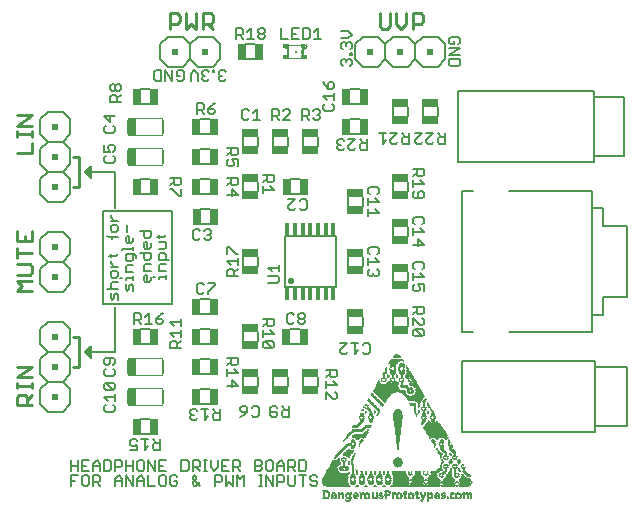
<source format=gto>
G75*
G70*
%OFA0B0*%
%FSLAX24Y24*%
%IPPOS*%
%LPD*%
%AMOC8*
5,1,8,0,0,1.08239X$1,22.5*
%
%ADD10C,0.0050*%
%ADD11C,0.0100*%
%ADD12C,0.0060*%
%ADD13C,0.0217*%
%ADD14R,0.0118X0.0433*%
%ADD15R,0.0551X0.0256*%
%ADD16R,0.0256X0.0551*%
%ADD17R,0.0079X0.0472*%
%ADD18C,0.0040*%
%ADD19R,0.0256X0.0591*%
%ADD20R,0.0200X0.0200*%
%ADD21C,0.0090*%
%ADD22R,0.0197X0.0128*%
%ADD23R,0.0098X0.0059*%
%ADD24R,0.0069X0.0157*%
%ADD25R,0.0079X0.0079*%
%ADD26R,0.0118X0.0118*%
%ADD27R,0.0030X0.0128*%
%ADD28R,0.0150X0.0010*%
%ADD29R,0.0070X0.0010*%
%ADD30R,0.0160X0.0010*%
%ADD31R,0.0080X0.0010*%
%ADD32R,0.0170X0.0010*%
%ADD33R,0.0090X0.0010*%
%ADD34R,0.0040X0.0010*%
%ADD35R,0.0100X0.0010*%
%ADD36R,0.0010X0.0010*%
%ADD37R,0.0060X0.0010*%
%ADD38R,0.0130X0.0010*%
%ADD39R,0.0050X0.0010*%
%ADD40R,0.0110X0.0010*%
%ADD41R,0.0140X0.0010*%
%ADD42R,0.0120X0.0010*%
%ADD43R,0.0190X0.0010*%
%ADD44R,0.0180X0.0010*%
%ADD45R,0.0210X0.0010*%
%ADD46R,0.0220X0.0010*%
%ADD47R,0.0200X0.0010*%
%ADD48R,0.0030X0.0010*%
%ADD49R,0.0020X0.0010*%
%ADD50R,0.0310X0.0010*%
%ADD51R,0.0780X0.0010*%
%ADD52R,0.1640X0.0010*%
%ADD53R,0.0380X0.0010*%
%ADD54R,0.0260X0.0010*%
%ADD55R,0.0800X0.0010*%
%ADD56R,0.1610X0.0010*%
%ADD57R,0.0360X0.0010*%
%ADD58R,0.0290X0.0010*%
%ADD59R,0.0820X0.0010*%
%ADD60R,0.1590X0.0010*%
%ADD61R,0.0340X0.0010*%
%ADD62R,0.0840X0.0010*%
%ADD63R,0.1570X0.0010*%
%ADD64R,0.0330X0.0010*%
%ADD65R,0.0320X0.0010*%
%ADD66R,0.1550X0.0010*%
%ADD67R,0.0300X0.0010*%
%ADD68R,0.0850X0.0010*%
%ADD69R,0.1080X0.0010*%
%ADD70R,0.0520X0.0010*%
%ADD71R,0.0450X0.0010*%
%ADD72R,0.0420X0.0010*%
%ADD73R,0.0540X0.0010*%
%ADD74R,0.0410X0.0010*%
%ADD75R,0.0430X0.0010*%
%ADD76R,0.0860X0.0010*%
%ADD77R,0.0530X0.0010*%
%ADD78R,0.0390X0.0010*%
%ADD79R,0.0510X0.0010*%
%ADD80R,0.0400X0.0010*%
%ADD81R,0.0500X0.0010*%
%ADD82R,0.0480X0.0010*%
%ADD83R,0.0370X0.0010*%
%ADD84R,0.0440X0.0010*%
%ADD85R,0.0870X0.0010*%
%ADD86R,0.0350X0.0010*%
%ADD87R,0.0490X0.0010*%
%ADD88R,0.0230X0.0010*%
%ADD89R,0.0270X0.0010*%
%ADD90R,0.0240X0.0010*%
%ADD91R,0.0830X0.0010*%
%ADD92R,0.0280X0.0010*%
%ADD93R,0.0810X0.0010*%
%ADD94R,0.0470X0.0010*%
%ADD95R,0.0250X0.0010*%
%ADD96R,0.0460X0.0010*%
%ADD97R,0.0640X0.0010*%
%ADD98R,0.0630X0.0010*%
%ADD99R,0.0620X0.0010*%
%ADD100R,0.0610X0.0010*%
%ADD101R,0.0590X0.0010*%
%ADD102R,0.0580X0.0010*%
%ADD103R,0.0560X0.0010*%
%ADD104R,0.0550X0.0010*%
%ADD105R,0.0570X0.0010*%
%ADD106R,0.0650X0.0010*%
%ADD107R,0.0680X0.0010*%
%ADD108R,0.0720X0.0010*%
%ADD109R,0.1060X0.0010*%
%ADD110R,0.1070X0.0010*%
%ADD111R,0.1050X0.0010*%
%ADD112R,0.0920X0.0010*%
%ADD113R,0.0890X0.0010*%
%ADD114R,0.0770X0.0010*%
%ADD115R,0.0760X0.0010*%
%ADD116R,0.0750X0.0010*%
%ADD117R,0.0740X0.0010*%
%ADD118R,0.0730X0.0010*%
%ADD119C,0.0080*%
D10*
X002176Y001176D02*
X002176Y001526D01*
X002410Y001526D01*
X002544Y001468D02*
X002544Y001235D01*
X002603Y001176D01*
X002720Y001176D01*
X002778Y001235D01*
X002778Y001468D01*
X002720Y001526D01*
X002603Y001526D01*
X002544Y001468D01*
X002544Y001676D02*
X002778Y001676D01*
X002913Y001676D02*
X002913Y001910D01*
X003030Y002026D01*
X003146Y001910D01*
X003146Y001676D01*
X003281Y001676D02*
X003456Y001676D01*
X003515Y001735D01*
X003515Y001968D01*
X003456Y002026D01*
X003281Y002026D01*
X003281Y001676D01*
X003146Y001851D02*
X002913Y001851D01*
X002778Y002026D02*
X002544Y002026D01*
X002544Y001676D01*
X002410Y001676D02*
X002410Y002026D01*
X002410Y001851D02*
X002176Y001851D01*
X002176Y001676D02*
X002176Y002026D01*
X002544Y001851D02*
X002661Y001851D01*
X002913Y001526D02*
X003088Y001526D01*
X003146Y001468D01*
X003146Y001351D01*
X003088Y001293D01*
X002913Y001293D01*
X003030Y001293D02*
X003146Y001176D01*
X002913Y001176D02*
X002913Y001526D01*
X002293Y001351D02*
X002176Y001351D01*
X003649Y001351D02*
X003883Y001351D01*
X003883Y001410D02*
X003883Y001176D01*
X004018Y001176D02*
X004018Y001526D01*
X004251Y001176D01*
X004251Y001526D01*
X004251Y001676D02*
X004251Y002026D01*
X004386Y001968D02*
X004386Y001735D01*
X004444Y001676D01*
X004561Y001676D01*
X004620Y001735D01*
X004620Y001968D01*
X004561Y002026D01*
X004444Y002026D01*
X004386Y001968D01*
X004251Y001851D02*
X004018Y001851D01*
X003883Y001851D02*
X003883Y001968D01*
X003825Y002026D01*
X003649Y002026D01*
X003649Y001676D01*
X003649Y001793D02*
X003825Y001793D01*
X003883Y001851D01*
X004018Y001676D02*
X004018Y002026D01*
X004156Y002376D02*
X004390Y002376D01*
X004390Y002551D01*
X004273Y002493D01*
X004214Y002493D01*
X004156Y002551D01*
X004156Y002668D01*
X004214Y002726D01*
X004331Y002726D01*
X004390Y002668D01*
X004524Y002726D02*
X004758Y002726D01*
X004641Y002726D02*
X004641Y002376D01*
X004758Y002493D01*
X004893Y002551D02*
X004951Y002609D01*
X005126Y002609D01*
X005009Y002609D02*
X004893Y002726D01*
X004893Y002551D02*
X004893Y002434D01*
X004951Y002376D01*
X005126Y002376D01*
X005126Y002726D01*
X005123Y002026D02*
X005123Y001676D01*
X005356Y001676D01*
X005298Y001526D02*
X005181Y001526D01*
X005123Y001468D01*
X005123Y001235D01*
X005181Y001176D01*
X005298Y001176D01*
X005356Y001235D01*
X005356Y001468D01*
X005298Y001526D01*
X005491Y001468D02*
X005491Y001235D01*
X005549Y001176D01*
X005666Y001176D01*
X005724Y001235D01*
X005724Y001351D01*
X005608Y001351D01*
X005724Y001468D02*
X005666Y001526D01*
X005549Y001526D01*
X005491Y001468D01*
X005859Y001676D02*
X006034Y001676D01*
X006093Y001735D01*
X006093Y001968D01*
X006034Y002026D01*
X005859Y002026D01*
X005859Y001676D01*
X006228Y001676D02*
X006228Y002026D01*
X006403Y002026D01*
X006461Y001968D01*
X006461Y001851D01*
X006403Y001793D01*
X006228Y001793D01*
X006344Y001793D02*
X006461Y001676D01*
X006596Y001676D02*
X006713Y001676D01*
X006654Y001676D02*
X006654Y002026D01*
X006596Y002026D02*
X006713Y002026D01*
X006841Y002026D02*
X006841Y001793D01*
X006958Y001676D01*
X007075Y001793D01*
X007075Y002026D01*
X007210Y002026D02*
X007210Y001676D01*
X007443Y001676D01*
X007578Y001676D02*
X007578Y002026D01*
X007753Y002026D01*
X007811Y001968D01*
X007811Y001851D01*
X007753Y001793D01*
X007578Y001793D01*
X007695Y001793D02*
X007811Y001676D01*
X007701Y001526D02*
X007818Y001410D01*
X007934Y001526D01*
X007934Y001176D01*
X007701Y001176D02*
X007701Y001526D01*
X007566Y001526D02*
X007566Y001176D01*
X007449Y001293D01*
X007332Y001176D01*
X007332Y001526D01*
X007198Y001468D02*
X007198Y001351D01*
X007139Y001293D01*
X006964Y001293D01*
X006964Y001176D02*
X006964Y001526D01*
X007139Y001526D01*
X007198Y001468D01*
X007210Y001851D02*
X007326Y001851D01*
X007210Y002026D02*
X007443Y002026D01*
X008315Y002026D02*
X008315Y001676D01*
X008490Y001676D01*
X008548Y001735D01*
X008548Y001793D01*
X008490Y001851D01*
X008315Y001851D01*
X008490Y001851D02*
X008548Y001910D01*
X008548Y001968D01*
X008490Y002026D01*
X008315Y002026D01*
X008683Y001968D02*
X008683Y001735D01*
X008741Y001676D01*
X008858Y001676D01*
X008916Y001735D01*
X008916Y001968D01*
X008858Y002026D01*
X008741Y002026D01*
X008683Y001968D01*
X009051Y001910D02*
X009051Y001676D01*
X009051Y001526D02*
X009226Y001526D01*
X009285Y001468D01*
X009285Y001351D01*
X009226Y001293D01*
X009051Y001293D01*
X009051Y001176D02*
X009051Y001526D01*
X008916Y001526D02*
X008916Y001176D01*
X008683Y001526D01*
X008683Y001176D01*
X008554Y001176D02*
X008437Y001176D01*
X008496Y001176D02*
X008496Y001526D01*
X008554Y001526D02*
X008437Y001526D01*
X009051Y001851D02*
X009285Y001851D01*
X009285Y001910D02*
X009168Y002026D01*
X009051Y001910D01*
X009285Y001910D02*
X009285Y001676D01*
X009420Y001676D02*
X009420Y002026D01*
X009595Y002026D01*
X009653Y001968D01*
X009653Y001851D01*
X009595Y001793D01*
X009420Y001793D01*
X009536Y001793D02*
X009653Y001676D01*
X009788Y001676D02*
X009963Y001676D01*
X010021Y001735D01*
X010021Y001968D01*
X009963Y002026D01*
X009788Y002026D01*
X009788Y001676D01*
X009788Y001526D02*
X010021Y001526D01*
X009905Y001526D02*
X009905Y001176D01*
X010156Y001235D02*
X010214Y001176D01*
X010331Y001176D01*
X010390Y001235D01*
X010390Y001293D01*
X010331Y001351D01*
X010214Y001351D01*
X010156Y001410D01*
X010156Y001468D01*
X010214Y001526D01*
X010331Y001526D01*
X010390Y001468D01*
X009653Y001526D02*
X009653Y001235D01*
X009595Y001176D01*
X009478Y001176D01*
X009420Y001235D01*
X009420Y001526D01*
X007126Y003376D02*
X006951Y003376D01*
X006893Y003434D01*
X006893Y003551D01*
X006951Y003609D01*
X007126Y003609D01*
X007009Y003609D02*
X006893Y003726D01*
X006758Y003726D02*
X006524Y003726D01*
X006641Y003726D02*
X006641Y003376D01*
X006758Y003493D01*
X006390Y003434D02*
X006331Y003376D01*
X006214Y003376D01*
X006156Y003434D01*
X006156Y003493D01*
X006214Y003551D01*
X006156Y003609D01*
X006156Y003668D01*
X006214Y003726D01*
X006331Y003726D01*
X006390Y003668D01*
X006273Y003551D02*
X006214Y003551D01*
X007126Y003726D02*
X007126Y003376D01*
X007824Y003476D02*
X007941Y003534D01*
X008058Y003651D01*
X007883Y003651D01*
X007824Y003709D01*
X007824Y003768D01*
X007883Y003826D01*
X008000Y003826D01*
X008058Y003768D01*
X008058Y003651D01*
X008193Y003534D02*
X008251Y003476D01*
X008368Y003476D01*
X008426Y003534D01*
X008426Y003768D01*
X008368Y003826D01*
X008251Y003826D01*
X008193Y003768D01*
X008824Y003768D02*
X008824Y003534D01*
X008883Y003476D01*
X009000Y003476D01*
X009058Y003534D01*
X009058Y003593D01*
X009000Y003651D01*
X008824Y003651D01*
X008824Y003768D02*
X008883Y003826D01*
X009000Y003826D01*
X009058Y003768D01*
X009193Y003826D02*
X009309Y003709D01*
X009251Y003709D02*
X009426Y003709D01*
X009426Y003826D02*
X009426Y003476D01*
X009251Y003476D01*
X009193Y003534D01*
X009193Y003651D01*
X009251Y003709D01*
X008401Y004490D02*
X008401Y004813D01*
X007901Y004813D02*
X007901Y004490D01*
X007726Y004514D02*
X007551Y004690D01*
X007551Y004456D01*
X007376Y004514D02*
X007726Y004514D01*
X007726Y004941D02*
X007376Y004941D01*
X007376Y005058D02*
X007376Y004824D01*
X007610Y005058D02*
X007726Y004941D01*
X007668Y005193D02*
X007551Y005193D01*
X007493Y005251D01*
X007493Y005426D01*
X007493Y005309D02*
X007376Y005193D01*
X007376Y005426D02*
X007726Y005426D01*
X007726Y005251D01*
X007668Y005193D01*
X008576Y005814D02*
X008576Y005931D01*
X008635Y005990D01*
X008868Y005756D01*
X008635Y005756D01*
X008576Y005814D01*
X008635Y005990D02*
X008868Y005990D01*
X008926Y005931D01*
X008926Y005814D01*
X008868Y005756D01*
X008576Y006124D02*
X008576Y006358D01*
X008576Y006241D02*
X008926Y006241D01*
X008810Y006358D01*
X008868Y006493D02*
X008751Y006493D01*
X008693Y006551D01*
X008693Y006726D01*
X008693Y006609D02*
X008576Y006493D01*
X008576Y006726D02*
X008926Y006726D01*
X008926Y006551D01*
X008868Y006493D01*
X009376Y006635D02*
X009376Y006868D01*
X009435Y006926D01*
X009551Y006926D01*
X009610Y006868D01*
X009744Y006868D02*
X009744Y006810D01*
X009803Y006751D01*
X009920Y006751D01*
X009978Y006693D01*
X009978Y006635D01*
X009920Y006576D01*
X009803Y006576D01*
X009744Y006635D01*
X009744Y006693D01*
X009803Y006751D01*
X009920Y006751D02*
X009978Y006810D01*
X009978Y006868D01*
X009920Y006926D01*
X009803Y006926D01*
X009744Y006868D01*
X009610Y006635D02*
X009551Y006576D01*
X009435Y006576D01*
X009376Y006635D01*
X009490Y006401D02*
X009813Y006401D01*
X009813Y005901D02*
X009490Y005901D01*
X010676Y005026D02*
X011026Y005026D01*
X011026Y004851D01*
X010968Y004793D01*
X010851Y004793D01*
X010793Y004851D01*
X010793Y005026D01*
X010793Y004909D02*
X010676Y004793D01*
X010676Y004658D02*
X010676Y004424D01*
X010676Y004541D02*
X011026Y004541D01*
X010910Y004658D01*
X010968Y004290D02*
X011026Y004231D01*
X011026Y004114D01*
X010968Y004056D01*
X010910Y004056D01*
X010676Y004290D01*
X010676Y004056D01*
X011214Y005576D02*
X011331Y005576D01*
X011390Y005634D01*
X011214Y005576D02*
X011156Y005634D01*
X011156Y005693D01*
X011390Y005926D01*
X011156Y005926D01*
X011524Y005926D02*
X011758Y005926D01*
X011641Y005926D02*
X011641Y005576D01*
X011758Y005693D01*
X011893Y005634D02*
X011951Y005576D01*
X012068Y005576D01*
X012126Y005634D01*
X012126Y005868D01*
X012068Y005926D01*
X011951Y005926D01*
X011893Y005868D01*
X011901Y006490D02*
X011901Y006813D01*
X011401Y006813D02*
X011401Y006490D01*
X012901Y007990D02*
X012901Y008313D01*
X012426Y008331D02*
X012426Y008214D01*
X012368Y008156D01*
X012310Y008156D01*
X012251Y008214D01*
X012193Y008156D01*
X012135Y008156D01*
X012076Y008214D01*
X012076Y008331D01*
X012135Y008390D01*
X012076Y008524D02*
X012076Y008758D01*
X012076Y008641D02*
X012426Y008641D01*
X012310Y008758D01*
X012368Y008893D02*
X012426Y008951D01*
X012426Y009068D01*
X012368Y009126D01*
X012135Y009126D01*
X012076Y009068D01*
X012076Y008951D01*
X012135Y008893D01*
X011901Y008813D02*
X011901Y008490D01*
X012251Y008273D02*
X012251Y008214D01*
X012426Y008331D02*
X012368Y008390D01*
X011401Y008490D02*
X011401Y008813D01*
X012901Y009490D02*
X012901Y009813D01*
X013401Y009813D02*
X013401Y009490D01*
X013576Y009524D02*
X013576Y009758D01*
X013576Y009641D02*
X013926Y009641D01*
X013810Y009758D01*
X013868Y009893D02*
X013926Y009951D01*
X013926Y010068D01*
X013868Y010126D01*
X013635Y010126D01*
X013576Y010068D01*
X013576Y009951D01*
X013635Y009893D01*
X013751Y009390D02*
X013751Y009156D01*
X013576Y009214D02*
X013926Y009214D01*
X013751Y009390D01*
X013635Y008626D02*
X013576Y008568D01*
X013576Y008451D01*
X013635Y008393D01*
X013576Y008258D02*
X013576Y008024D01*
X013576Y008141D02*
X013926Y008141D01*
X013810Y008258D01*
X013868Y008393D02*
X013926Y008451D01*
X013926Y008568D01*
X013868Y008626D01*
X013635Y008626D01*
X013401Y008313D02*
X013401Y007990D01*
X013576Y007831D02*
X013635Y007890D01*
X013576Y007831D02*
X013576Y007714D01*
X013635Y007656D01*
X013751Y007656D01*
X013810Y007714D01*
X013810Y007773D01*
X013751Y007890D01*
X013926Y007890D01*
X013926Y007656D01*
X013926Y007126D02*
X013576Y007126D01*
X013693Y007126D02*
X013693Y006951D01*
X013751Y006893D01*
X013868Y006893D01*
X013926Y006951D01*
X013926Y007126D01*
X013693Y007009D02*
X013576Y006893D01*
X013576Y006758D02*
X013810Y006524D01*
X013868Y006524D01*
X013926Y006583D01*
X013926Y006700D01*
X013868Y006758D01*
X013576Y006758D02*
X013576Y006524D01*
X013635Y006390D02*
X013868Y006156D01*
X013635Y006156D01*
X013576Y006214D01*
X013576Y006331D01*
X013635Y006390D01*
X013868Y006390D01*
X013926Y006331D01*
X013926Y006214D01*
X013868Y006156D01*
X015202Y005332D02*
X019651Y005332D01*
X019651Y005135D01*
X020714Y005135D01*
X020714Y003167D01*
X019651Y003167D01*
X019651Y005135D01*
X019651Y003167D02*
X019651Y002970D01*
X015202Y002970D01*
X015202Y005332D01*
X012076Y010156D02*
X012076Y010390D01*
X012076Y010273D02*
X012426Y010273D01*
X012310Y010390D01*
X012426Y010641D02*
X012076Y010641D01*
X012076Y010758D02*
X012076Y010524D01*
X011901Y010490D02*
X011901Y010813D01*
X012076Y010951D02*
X012135Y010893D01*
X012076Y010951D02*
X012076Y011068D01*
X012135Y011126D01*
X012368Y011126D01*
X012426Y011068D01*
X012426Y010951D01*
X012368Y010893D01*
X012310Y010758D02*
X012426Y010641D01*
X011401Y010490D02*
X011401Y010813D01*
X010026Y010668D02*
X010026Y010434D01*
X009968Y010376D01*
X009851Y010376D01*
X009793Y010434D01*
X009658Y010434D02*
X009600Y010376D01*
X009483Y010376D01*
X009424Y010434D01*
X009424Y010493D01*
X009658Y010726D01*
X009424Y010726D01*
X009793Y010668D02*
X009851Y010726D01*
X009968Y010726D01*
X010026Y010668D01*
X009813Y010901D02*
X009490Y010901D01*
X009490Y011401D02*
X009813Y011401D01*
X008926Y011351D02*
X008868Y011293D01*
X008751Y011293D01*
X008693Y011351D01*
X008693Y011526D01*
X008693Y011409D02*
X008576Y011293D01*
X008576Y011158D02*
X008576Y010924D01*
X008576Y011041D02*
X008926Y011041D01*
X008810Y011158D01*
X008926Y011351D02*
X008926Y011526D01*
X008576Y011526D01*
X007726Y011426D02*
X007726Y011251D01*
X007668Y011193D01*
X007551Y011193D01*
X007493Y011251D01*
X007493Y011426D01*
X007493Y011309D02*
X007376Y011193D01*
X007551Y011058D02*
X007551Y010824D01*
X007376Y010883D02*
X007726Y010883D01*
X007551Y011058D01*
X007376Y011426D02*
X007726Y011426D01*
X007726Y011824D02*
X007726Y012058D01*
X007551Y012058D01*
X007610Y011941D01*
X007610Y011883D01*
X007551Y011824D01*
X007435Y011824D01*
X007376Y011883D01*
X007376Y012000D01*
X007435Y012058D01*
X007376Y012193D02*
X007493Y012309D01*
X007493Y012251D02*
X007493Y012426D01*
X007376Y012426D02*
X007726Y012426D01*
X007726Y012251D01*
X007668Y012193D01*
X007551Y012193D01*
X007493Y012251D01*
X007901Y012490D02*
X007901Y012813D01*
X008401Y012813D02*
X008401Y012490D01*
X008361Y013376D02*
X008361Y013726D01*
X008244Y013610D01*
X008110Y013668D02*
X008051Y013726D01*
X007935Y013726D01*
X007876Y013668D01*
X007876Y013435D01*
X007935Y013376D01*
X008051Y013376D01*
X008110Y013435D01*
X008244Y013376D02*
X008478Y013376D01*
X008876Y013376D02*
X008876Y013726D01*
X009051Y013726D01*
X009110Y013668D01*
X009110Y013551D01*
X009051Y013493D01*
X008876Y013493D01*
X008993Y013493D02*
X009110Y013376D01*
X009244Y013376D02*
X009478Y013610D01*
X009478Y013668D01*
X009420Y013726D01*
X009303Y013726D01*
X009244Y013668D01*
X009244Y013376D02*
X009478Y013376D01*
X009876Y013376D02*
X009876Y013726D01*
X010051Y013726D01*
X010110Y013668D01*
X010110Y013551D01*
X010051Y013493D01*
X009876Y013493D01*
X009993Y013493D02*
X010110Y013376D01*
X010244Y013435D02*
X010303Y013376D01*
X010420Y013376D01*
X010478Y013435D01*
X010478Y013493D01*
X010420Y013551D01*
X010361Y013551D01*
X010420Y013551D02*
X010478Y013610D01*
X010478Y013668D01*
X010420Y013726D01*
X010303Y013726D01*
X010244Y013668D01*
X010576Y013735D02*
X010634Y013676D01*
X010868Y013676D01*
X010926Y013735D01*
X010926Y013851D01*
X010868Y013910D01*
X010926Y014044D02*
X010926Y014278D01*
X010926Y014161D02*
X010576Y014161D01*
X010693Y014044D01*
X010634Y013910D02*
X010576Y013851D01*
X010576Y013735D01*
X010751Y014413D02*
X010751Y014588D01*
X010809Y014646D01*
X010868Y014646D01*
X010926Y014588D01*
X010926Y014471D01*
X010868Y014413D01*
X010751Y014413D01*
X010634Y014530D01*
X010576Y014646D01*
X011176Y015235D02*
X011234Y015176D01*
X011176Y015235D02*
X011176Y015351D01*
X011234Y015410D01*
X011293Y015410D01*
X011351Y015351D01*
X011409Y015410D01*
X011468Y015410D01*
X011526Y015351D01*
X011526Y015235D01*
X011468Y015176D01*
X011351Y015293D02*
X011351Y015351D01*
X011468Y015544D02*
X011468Y015603D01*
X011526Y015603D01*
X011526Y015544D01*
X011468Y015544D01*
X011468Y015729D02*
X011526Y015787D01*
X011526Y015904D01*
X011468Y015962D01*
X011409Y015962D01*
X011351Y015904D01*
X011351Y015845D01*
X011351Y015904D02*
X011293Y015962D01*
X011234Y015962D01*
X011176Y015904D01*
X011176Y015787D01*
X011234Y015729D01*
X011176Y016097D02*
X011409Y016097D01*
X011526Y016214D01*
X011409Y016330D01*
X011176Y016330D01*
X010515Y016076D02*
X010281Y016076D01*
X010398Y016076D02*
X010398Y016426D01*
X010281Y016310D01*
X010146Y016368D02*
X010146Y016135D01*
X010088Y016076D01*
X009913Y016076D01*
X009913Y016426D01*
X010088Y016426D01*
X010146Y016368D01*
X009778Y016426D02*
X009544Y016426D01*
X009544Y016076D01*
X009778Y016076D01*
X009661Y016251D02*
X009544Y016251D01*
X009410Y016076D02*
X009176Y016076D01*
X009176Y016426D01*
X008646Y016368D02*
X008646Y016310D01*
X008588Y016251D01*
X008471Y016251D01*
X008413Y016310D01*
X008413Y016368D01*
X008471Y016426D01*
X008588Y016426D01*
X008646Y016368D01*
X008588Y016251D02*
X008646Y016193D01*
X008646Y016135D01*
X008588Y016076D01*
X008471Y016076D01*
X008413Y016135D01*
X008413Y016193D01*
X008471Y016251D01*
X008278Y016076D02*
X008044Y016076D01*
X008161Y016076D02*
X008161Y016426D01*
X008044Y016310D01*
X007910Y016368D02*
X007910Y016251D01*
X007851Y016193D01*
X007676Y016193D01*
X007676Y016076D02*
X007676Y016426D01*
X007851Y016426D01*
X007910Y016368D01*
X007793Y016193D02*
X007910Y016076D01*
X007268Y015026D02*
X007326Y014968D01*
X007268Y015026D02*
X007151Y015026D01*
X007093Y014968D01*
X007093Y014909D01*
X007151Y014851D01*
X007209Y014851D01*
X007151Y014851D02*
X007093Y014793D01*
X007093Y014734D01*
X007151Y014676D01*
X007268Y014676D01*
X007326Y014734D01*
X006958Y014968D02*
X006900Y014968D01*
X006900Y015026D01*
X006958Y015026D01*
X006958Y014968D01*
X006774Y014968D02*
X006715Y015026D01*
X006599Y015026D01*
X006540Y014968D01*
X006540Y014909D01*
X006599Y014851D01*
X006657Y014851D01*
X006599Y014851D02*
X006540Y014793D01*
X006540Y014734D01*
X006599Y014676D01*
X006715Y014676D01*
X006774Y014734D01*
X006405Y014676D02*
X006405Y014909D01*
X006289Y015026D01*
X006172Y014909D01*
X006172Y014676D01*
X005926Y014734D02*
X005926Y014968D01*
X005868Y015026D01*
X005751Y015026D01*
X005693Y014968D01*
X005693Y014851D01*
X005809Y014851D01*
X005693Y014734D02*
X005751Y014676D01*
X005868Y014676D01*
X005926Y014734D01*
X005558Y014676D02*
X005324Y015026D01*
X005324Y014676D01*
X005190Y014676D02*
X005014Y014676D01*
X004956Y014734D01*
X004956Y014968D01*
X005014Y015026D01*
X005190Y015026D01*
X005190Y014676D01*
X005558Y014676D02*
X005558Y015026D01*
X006376Y013926D02*
X006551Y013926D01*
X006610Y013868D01*
X006610Y013751D01*
X006551Y013693D01*
X006376Y013693D01*
X006376Y013576D02*
X006376Y013926D01*
X006493Y013693D02*
X006610Y013576D01*
X006744Y013635D02*
X006744Y013751D01*
X006920Y013751D01*
X006978Y013693D01*
X006978Y013635D01*
X006920Y013576D01*
X006803Y013576D01*
X006744Y013635D01*
X006744Y013751D02*
X006861Y013868D01*
X006978Y013926D01*
X005826Y011426D02*
X005476Y011426D01*
X005593Y011426D02*
X005593Y011251D01*
X005651Y011193D01*
X005768Y011193D01*
X005826Y011251D01*
X005826Y011426D01*
X005593Y011309D02*
X005476Y011193D01*
X005476Y011058D02*
X005535Y011058D01*
X005768Y010824D01*
X005826Y010824D01*
X005826Y011058D01*
X006490Y010401D02*
X006813Y010401D01*
X006813Y009901D02*
X006490Y009901D01*
X006415Y009726D02*
X006298Y009726D01*
X006240Y009668D01*
X006240Y009435D01*
X006298Y009376D01*
X006415Y009376D01*
X006473Y009435D01*
X006608Y009435D02*
X006666Y009376D01*
X006783Y009376D01*
X006841Y009435D01*
X006841Y009493D01*
X006783Y009551D01*
X006725Y009551D01*
X006783Y009551D02*
X006841Y009610D01*
X006841Y009668D01*
X006783Y009726D01*
X006666Y009726D01*
X006608Y009668D01*
X006473Y009668D02*
X006415Y009726D01*
X005326Y009543D02*
X005268Y009485D01*
X005034Y009485D01*
X005093Y009427D02*
X005093Y009543D01*
X004826Y009508D02*
X004768Y009449D01*
X004651Y009449D01*
X004593Y009508D01*
X004593Y009683D01*
X004476Y009683D02*
X004826Y009683D01*
X004826Y009508D01*
X004709Y009315D02*
X004709Y009081D01*
X004651Y009081D02*
X004593Y009139D01*
X004593Y009256D01*
X004651Y009315D01*
X004709Y009315D01*
X004826Y009256D02*
X004826Y009139D01*
X004768Y009081D01*
X004651Y009081D01*
X004593Y008946D02*
X004593Y008771D01*
X004651Y008713D01*
X004768Y008713D01*
X004826Y008771D01*
X004826Y008946D01*
X004476Y008946D01*
X004343Y008833D02*
X004343Y008775D01*
X004343Y008833D02*
X004285Y008892D01*
X003993Y008892D01*
X003993Y008717D01*
X004051Y008658D01*
X004168Y008658D01*
X004226Y008717D01*
X004226Y008892D01*
X004226Y009027D02*
X004226Y009143D01*
X004226Y009085D02*
X003876Y009085D01*
X003876Y009027D01*
X003726Y008905D02*
X003668Y008846D01*
X003434Y008846D01*
X003493Y008788D02*
X003493Y008905D01*
X003493Y008656D02*
X003493Y008598D01*
X003609Y008481D01*
X003493Y008481D02*
X003726Y008481D01*
X003668Y008346D02*
X003551Y008346D01*
X003493Y008288D01*
X003493Y008171D01*
X003551Y008113D01*
X003668Y008113D01*
X003726Y008171D01*
X003726Y008288D01*
X003668Y008346D01*
X003818Y008103D02*
X003876Y008103D01*
X003993Y008103D02*
X004226Y008103D01*
X004226Y008161D02*
X004226Y008044D01*
X004168Y007910D02*
X004109Y007851D01*
X004109Y007735D01*
X004051Y007676D01*
X003993Y007735D01*
X003993Y007910D01*
X003993Y008044D02*
X003993Y008103D01*
X003993Y008290D02*
X003993Y008465D01*
X004051Y008524D01*
X004226Y008524D01*
X004226Y008290D02*
X003993Y008290D01*
X003726Y007978D02*
X003551Y007978D01*
X003493Y007920D01*
X003493Y007803D01*
X003551Y007744D01*
X003493Y007610D02*
X003493Y007435D01*
X003551Y007376D01*
X003609Y007435D01*
X003609Y007551D01*
X003668Y007610D01*
X003726Y007551D01*
X003726Y007376D01*
X003726Y007744D02*
X003376Y007744D01*
X004168Y007910D02*
X004226Y007851D01*
X004226Y007676D01*
X004593Y008035D02*
X004593Y008151D01*
X004651Y008210D01*
X004709Y008210D01*
X004709Y007976D01*
X004651Y007976D02*
X004593Y008035D01*
X004651Y007976D02*
X004768Y007976D01*
X004826Y008035D01*
X004826Y008151D01*
X004918Y008135D02*
X004976Y008135D01*
X005093Y008135D02*
X005093Y008076D01*
X005093Y008135D02*
X005326Y008135D01*
X005326Y008193D02*
X005326Y008076D01*
X005326Y008322D02*
X005093Y008322D01*
X005093Y008497D01*
X005151Y008555D01*
X005326Y008555D01*
X005326Y008690D02*
X005326Y008865D01*
X005268Y008924D01*
X005151Y008924D01*
X005093Y008865D01*
X005093Y008690D01*
X005443Y008690D01*
X005268Y009058D02*
X005093Y009058D01*
X005268Y009058D02*
X005326Y009117D01*
X005326Y009292D01*
X005093Y009292D01*
X004826Y008578D02*
X004651Y008578D01*
X004593Y008520D01*
X004593Y008344D01*
X004826Y008344D01*
X004168Y009272D02*
X004051Y009272D01*
X003993Y009330D01*
X003993Y009447D01*
X004051Y009506D01*
X004109Y009506D01*
X004109Y009272D01*
X004168Y009272D02*
X004226Y009330D01*
X004226Y009447D01*
X004051Y009640D02*
X004051Y009874D01*
X003726Y009822D02*
X003668Y009881D01*
X003551Y009881D01*
X003493Y009822D01*
X003493Y009706D01*
X003551Y009647D01*
X003668Y009647D01*
X003726Y009706D01*
X003726Y009822D01*
X003726Y010016D02*
X003493Y010016D01*
X003493Y010132D02*
X003493Y010191D01*
X003493Y010132D02*
X003609Y010016D01*
X003551Y009519D02*
X003551Y009402D01*
X003434Y009460D02*
X003726Y009460D01*
X003434Y009460D02*
X003376Y009519D01*
X003350Y011946D02*
X003292Y012005D01*
X003292Y012121D01*
X003350Y012180D01*
X003292Y012315D02*
X003467Y012315D01*
X003409Y012431D01*
X003409Y012490D01*
X003467Y012548D01*
X003584Y012548D01*
X003642Y012490D01*
X003642Y012373D01*
X003584Y012315D01*
X003584Y012180D02*
X003642Y012121D01*
X003642Y012005D01*
X003584Y011946D01*
X003350Y011946D01*
X003292Y012315D02*
X003292Y012548D01*
X003350Y012946D02*
X003584Y012946D01*
X003642Y013005D01*
X003642Y013121D01*
X003584Y013180D01*
X003467Y013315D02*
X003467Y013548D01*
X003292Y013490D02*
X003467Y013315D01*
X003350Y013180D02*
X003292Y013121D01*
X003292Y013005D01*
X003350Y012946D01*
X003292Y013490D02*
X003642Y013490D01*
X003709Y013976D02*
X003709Y014151D01*
X003651Y014210D01*
X003534Y014210D01*
X003476Y014151D01*
X003476Y013976D01*
X003826Y013976D01*
X003709Y014093D02*
X003826Y014210D01*
X003768Y014344D02*
X003709Y014344D01*
X003651Y014403D01*
X003651Y014520D01*
X003709Y014578D01*
X003768Y014578D01*
X003826Y014520D01*
X003826Y014403D01*
X003768Y014344D01*
X003651Y014403D02*
X003593Y014344D01*
X003534Y014344D01*
X003476Y014403D01*
X003476Y014520D01*
X003534Y014578D01*
X003593Y014578D01*
X003651Y014520D01*
X007376Y009146D02*
X007434Y009146D01*
X007668Y008913D01*
X007726Y008913D01*
X007726Y008778D02*
X007726Y008544D01*
X007726Y008661D02*
X007376Y008661D01*
X007493Y008544D01*
X007434Y008410D02*
X007551Y008410D01*
X007609Y008351D01*
X007609Y008176D01*
X007609Y008293D02*
X007726Y008410D01*
X007726Y008176D02*
X007376Y008176D01*
X007376Y008351D01*
X007434Y008410D01*
X007376Y008913D02*
X007376Y009146D01*
X008752Y008438D02*
X009103Y008438D01*
X009103Y008554D02*
X009103Y008321D01*
X009044Y008186D02*
X008752Y008186D01*
X008869Y008321D02*
X008752Y008438D01*
X009044Y008186D02*
X009103Y008128D01*
X009103Y008011D01*
X009044Y007953D01*
X008752Y007953D01*
X006978Y007926D02*
X006978Y007868D01*
X006744Y007635D01*
X006744Y007576D01*
X006610Y007635D02*
X006551Y007576D01*
X006435Y007576D01*
X006376Y007635D01*
X006376Y007868D01*
X006435Y007926D01*
X006551Y007926D01*
X006610Y007868D01*
X006744Y007926D02*
X006978Y007926D01*
X006813Y007401D02*
X006490Y007401D01*
X006490Y006901D02*
X006813Y006901D01*
X005826Y006746D02*
X005826Y006513D01*
X005826Y006630D02*
X005476Y006630D01*
X005593Y006513D01*
X005826Y006378D02*
X005826Y006144D01*
X005826Y006261D02*
X005476Y006261D01*
X005593Y006144D01*
X005534Y006010D02*
X005651Y006010D01*
X005709Y005951D01*
X005709Y005776D01*
X005709Y005893D02*
X005826Y006010D01*
X005826Y005776D02*
X005476Y005776D01*
X005476Y005951D01*
X005534Y006010D01*
X005188Y006576D02*
X005246Y006635D01*
X005246Y006693D01*
X005188Y006751D01*
X005013Y006751D01*
X005013Y006635D01*
X005071Y006576D01*
X005188Y006576D01*
X005013Y006751D02*
X005130Y006868D01*
X005246Y006926D01*
X004878Y006576D02*
X004644Y006576D01*
X004761Y006576D02*
X004761Y006926D01*
X004644Y006810D01*
X004510Y006868D02*
X004451Y006926D01*
X004276Y006926D01*
X004276Y006576D01*
X004276Y006693D02*
X004451Y006693D01*
X004510Y006751D01*
X004510Y006868D01*
X004393Y006693D02*
X004510Y006576D01*
X003584Y005448D02*
X003350Y005448D01*
X003292Y005390D01*
X003292Y005273D01*
X003350Y005215D01*
X003409Y005215D01*
X003467Y005273D01*
X003467Y005448D01*
X003584Y005448D02*
X003642Y005390D01*
X003642Y005273D01*
X003584Y005215D01*
X003584Y005080D02*
X003642Y005021D01*
X003642Y004905D01*
X003584Y004846D01*
X003350Y004846D01*
X003292Y004905D01*
X003292Y005021D01*
X003350Y005080D01*
X003350Y004616D02*
X003292Y004558D01*
X003292Y004441D01*
X003350Y004383D01*
X003584Y004383D01*
X003350Y004616D01*
X003584Y004616D01*
X003642Y004558D01*
X003642Y004441D01*
X003584Y004383D01*
X003642Y004248D02*
X003642Y004015D01*
X003642Y004131D02*
X003292Y004131D01*
X003409Y004015D01*
X003350Y003880D02*
X003292Y003821D01*
X003292Y003705D01*
X003350Y003646D01*
X003584Y003646D01*
X003642Y003705D01*
X003642Y003821D01*
X003584Y003880D01*
X004754Y002026D02*
X004988Y001676D01*
X004988Y002026D01*
X005123Y002026D02*
X005356Y002026D01*
X005239Y001851D02*
X005123Y001851D01*
X004754Y001676D02*
X004754Y002026D01*
X004754Y001526D02*
X004754Y001176D01*
X004988Y001176D01*
X004620Y001176D02*
X004620Y001410D01*
X004503Y001526D01*
X004386Y001410D01*
X004386Y001176D01*
X004386Y001351D02*
X004620Y001351D01*
X003883Y001410D02*
X003766Y001526D01*
X003649Y001410D01*
X003649Y001176D01*
X006228Y001235D02*
X006228Y001293D01*
X006344Y001410D01*
X006344Y001468D01*
X006286Y001526D01*
X006228Y001468D01*
X006228Y001410D01*
X006461Y001176D01*
X006344Y001176D02*
X006286Y001176D01*
X006228Y001235D01*
X006344Y001176D02*
X006461Y001293D01*
X013635Y010756D02*
X013868Y010756D01*
X013926Y010814D01*
X013926Y010931D01*
X013868Y010990D01*
X013810Y010990D01*
X013751Y010931D01*
X013751Y010756D01*
X013635Y010756D02*
X013576Y010814D01*
X013576Y010931D01*
X013635Y010990D01*
X013576Y011124D02*
X013576Y011358D01*
X013576Y011241D02*
X013926Y011241D01*
X013810Y011358D01*
X013868Y011493D02*
X013751Y011493D01*
X013693Y011551D01*
X013693Y011726D01*
X013693Y011609D02*
X013576Y011493D01*
X013576Y011726D02*
X013926Y011726D01*
X013926Y011551D01*
X013868Y011493D01*
X013831Y012576D02*
X013714Y012576D01*
X013656Y012634D01*
X013656Y012693D01*
X013890Y012926D01*
X013656Y012926D01*
X013426Y012926D02*
X013426Y012576D01*
X013251Y012576D01*
X013193Y012634D01*
X013193Y012751D01*
X013251Y012809D01*
X013426Y012809D01*
X013309Y012809D02*
X013193Y012926D01*
X013058Y012926D02*
X012824Y012693D01*
X012824Y012634D01*
X012883Y012576D01*
X013000Y012576D01*
X013058Y012634D01*
X013058Y012926D02*
X012824Y012926D01*
X012690Y012926D02*
X012456Y012926D01*
X012573Y012926D02*
X012573Y012576D01*
X012690Y012693D01*
X012026Y012726D02*
X012026Y012376D01*
X011851Y012376D01*
X011793Y012434D01*
X011793Y012551D01*
X011851Y012609D01*
X012026Y012609D01*
X011909Y012609D02*
X011793Y012726D01*
X011658Y012726D02*
X011424Y012493D01*
X011424Y012434D01*
X011483Y012376D01*
X011600Y012376D01*
X011658Y012434D01*
X011290Y012434D02*
X011231Y012376D01*
X011114Y012376D01*
X011056Y012434D01*
X011056Y012493D01*
X011114Y012551D01*
X011056Y012609D01*
X011056Y012668D01*
X011114Y012726D01*
X011231Y012726D01*
X011290Y012668D01*
X011424Y012726D02*
X011658Y012726D01*
X011173Y012551D02*
X011114Y012551D01*
X011490Y013901D02*
X011813Y013901D01*
X011813Y014401D02*
X011490Y014401D01*
X013831Y012576D02*
X013890Y012634D01*
X014024Y012634D02*
X014083Y012576D01*
X014200Y012576D01*
X014258Y012634D01*
X014393Y012634D02*
X014451Y012576D01*
X014626Y012576D01*
X014626Y012926D01*
X014626Y012809D02*
X014451Y012809D01*
X014393Y012751D01*
X014393Y012634D01*
X014509Y012809D02*
X014393Y012926D01*
X014258Y012926D02*
X014024Y012693D01*
X014024Y012634D01*
X014024Y012926D02*
X014258Y012926D01*
X015092Y011970D02*
X019620Y011970D01*
X019620Y012167D01*
X019620Y014135D01*
X020604Y014135D01*
X020604Y012167D01*
X019620Y012167D01*
X019620Y014135D02*
X019620Y014332D01*
X015092Y014332D01*
X015092Y011970D01*
X015068Y015156D02*
X014835Y015156D01*
X014776Y015214D01*
X014776Y015390D01*
X015126Y015390D01*
X015126Y015214D01*
X015068Y015156D01*
X015126Y015524D02*
X014776Y015524D01*
X015126Y015758D01*
X014776Y015758D01*
X014835Y015893D02*
X014776Y015951D01*
X014776Y016068D01*
X014835Y016126D01*
X015068Y016126D01*
X015126Y016068D01*
X015126Y015951D01*
X015068Y015893D01*
X014951Y015893D02*
X014951Y016009D01*
X014951Y015893D02*
X014835Y015893D01*
D11*
X002451Y012151D02*
X002451Y011151D01*
X002251Y011151D01*
X002251Y012151D02*
X002451Y012151D01*
X002451Y006151D02*
X002251Y006151D01*
X002451Y006151D02*
X002451Y005151D01*
X002251Y005151D01*
D12*
X002151Y004901D02*
X001901Y004651D01*
X002151Y004401D01*
X002151Y003901D01*
X001901Y003651D01*
X001401Y003651D01*
X001151Y003901D01*
X001151Y004401D01*
X001401Y004651D01*
X001151Y004901D01*
X001151Y005401D01*
X001401Y005651D01*
X001151Y005901D01*
X001151Y006401D01*
X001401Y006651D01*
X001901Y006651D01*
X002151Y006401D01*
X002151Y005901D01*
X001901Y005651D01*
X002151Y005401D01*
X002151Y004901D01*
X001901Y004651D02*
X001401Y004651D01*
X001401Y005651D02*
X001901Y005651D01*
X002651Y005651D02*
X002851Y005451D01*
X002851Y005851D01*
X002651Y005651D01*
X002851Y005451D01*
X002851Y005851D01*
X002651Y005651D01*
X003651Y005651D01*
X003651Y007151D01*
X003251Y007251D02*
X003251Y010351D01*
X005551Y010351D01*
X005551Y007251D01*
X003251Y007251D01*
X002151Y007901D02*
X002151Y008401D01*
X001901Y008651D01*
X002151Y008901D01*
X002151Y009401D01*
X001901Y009651D01*
X001401Y009651D01*
X001151Y009401D01*
X001151Y008901D01*
X001401Y008651D01*
X001901Y008651D01*
X001401Y008651D02*
X001151Y008401D01*
X001151Y007901D01*
X001401Y007651D01*
X001901Y007651D01*
X002151Y007901D01*
X004490Y006401D02*
X004813Y006401D01*
X004813Y005901D02*
X004490Y005901D01*
X002851Y005830D02*
X002830Y005830D01*
X002851Y005771D02*
X002771Y005771D01*
X002713Y005713D02*
X002851Y005713D01*
X002851Y005654D02*
X002654Y005654D01*
X002707Y005596D02*
X002851Y005596D01*
X002851Y005537D02*
X002765Y005537D01*
X002824Y005479D02*
X002851Y005479D01*
X004490Y003401D02*
X004813Y003401D01*
X004813Y002901D02*
X004490Y002901D01*
X006490Y003901D02*
X006813Y003901D01*
X006813Y004401D02*
X006490Y004401D01*
X006490Y004901D02*
X006813Y004901D01*
X006813Y005401D02*
X006490Y005401D01*
X006490Y005901D02*
X006813Y005901D01*
X006813Y006401D02*
X006490Y006401D01*
X007901Y006313D02*
X007901Y005990D01*
X008401Y005990D02*
X008401Y006313D01*
X008901Y004813D02*
X008901Y004490D01*
X009401Y004490D02*
X009401Y004813D01*
X009901Y004813D02*
X009901Y004490D01*
X010401Y004490D02*
X010401Y004813D01*
X012901Y006490D02*
X012901Y006813D01*
X013401Y006813D02*
X013401Y006490D01*
X011000Y007802D02*
X011000Y009501D01*
X009302Y009501D01*
X009302Y007802D01*
X011000Y007802D01*
X008401Y008490D02*
X008401Y008813D01*
X007901Y008813D02*
X007901Y008490D01*
X007901Y010990D02*
X007901Y011313D01*
X008401Y011313D02*
X008401Y010990D01*
X006813Y010901D02*
X006490Y010901D01*
X006490Y011401D02*
X006813Y011401D01*
X006813Y011901D02*
X006490Y011901D01*
X006490Y012401D02*
X006813Y012401D01*
X006813Y012901D02*
X006490Y012901D01*
X006490Y013401D02*
X006813Y013401D01*
X004813Y013901D02*
X004490Y013901D01*
X004490Y014401D02*
X004813Y014401D01*
X005401Y015151D02*
X005151Y015401D01*
X005151Y015901D01*
X005401Y016151D01*
X005901Y016151D01*
X006151Y015901D01*
X006401Y016151D01*
X006901Y016151D01*
X007151Y015901D01*
X007151Y015401D01*
X006901Y015151D01*
X006401Y015151D01*
X006151Y015401D01*
X005901Y015151D01*
X005401Y015151D01*
X006151Y015401D02*
X006151Y015901D01*
X007990Y015901D02*
X008313Y015901D01*
X008313Y015401D02*
X007990Y015401D01*
X008901Y012813D02*
X008901Y012490D01*
X009401Y012490D02*
X009401Y012813D01*
X009901Y012813D02*
X009901Y012490D01*
X010401Y012490D02*
X010401Y012813D01*
X011490Y012901D02*
X011813Y012901D01*
X011813Y013401D02*
X011490Y013401D01*
X012901Y013490D02*
X012901Y013813D01*
X013401Y013813D02*
X013401Y013490D01*
X013901Y013490D02*
X013901Y013813D01*
X014401Y013813D02*
X014401Y013490D01*
X014401Y015151D02*
X013901Y015151D01*
X013651Y015401D01*
X013401Y015151D01*
X012901Y015151D01*
X012651Y015401D01*
X012401Y015151D01*
X011901Y015151D01*
X011651Y015401D01*
X011651Y015901D01*
X011901Y016151D01*
X012401Y016151D01*
X012651Y015901D01*
X012901Y016151D01*
X013401Y016151D01*
X013651Y015901D01*
X013901Y016151D01*
X014401Y016151D01*
X014651Y015901D01*
X014651Y015401D01*
X014401Y015151D01*
X013651Y015401D02*
X013651Y015901D01*
X012651Y015901D02*
X012651Y015401D01*
X012901Y011313D02*
X012901Y010990D01*
X013401Y010990D02*
X013401Y011313D01*
X004813Y011401D02*
X004490Y011401D01*
X004490Y010901D02*
X004813Y010901D01*
X003651Y010451D02*
X003651Y011651D01*
X002651Y011651D01*
X002851Y011451D01*
X002851Y011851D01*
X002651Y011651D01*
X002851Y011451D01*
X002851Y011851D01*
X002651Y011651D01*
X002677Y011626D02*
X002851Y011626D01*
X002851Y011684D02*
X002684Y011684D01*
X002743Y011743D02*
X002851Y011743D01*
X002851Y011801D02*
X002801Y011801D01*
X002851Y011567D02*
X002735Y011567D01*
X002794Y011509D02*
X002851Y011509D01*
X002151Y011401D02*
X002151Y010901D01*
X001901Y010651D01*
X001401Y010651D01*
X001151Y010901D01*
X001151Y011401D01*
X001401Y011651D01*
X001151Y011901D01*
X001151Y012401D01*
X001401Y012651D01*
X001151Y012901D01*
X001151Y013401D01*
X001401Y013651D01*
X001901Y013651D01*
X002151Y013401D01*
X002151Y012901D01*
X001901Y012651D01*
X002151Y012401D01*
X002151Y011901D01*
X001901Y011651D01*
X002151Y011401D01*
X001901Y011651D02*
X001401Y011651D01*
X001401Y012651D02*
X001901Y012651D01*
D13*
X009511Y008011D03*
D14*
X009383Y007559D03*
X009639Y007559D03*
X009895Y007559D03*
X010151Y007559D03*
X010407Y007559D03*
X010663Y007559D03*
X010919Y007559D03*
X010919Y009744D03*
X010663Y009744D03*
X010407Y009744D03*
X010151Y009744D03*
X009895Y009744D03*
X009639Y009744D03*
X009383Y009744D03*
D15*
X008151Y008939D03*
X008151Y008359D03*
X008151Y006439D03*
X008151Y005859D03*
X008152Y004943D03*
X008152Y004363D03*
X009151Y004359D03*
X009151Y004939D03*
X010151Y004939D03*
X010151Y004359D03*
X011651Y006359D03*
X011651Y006939D03*
X011652Y008363D03*
X011652Y008943D03*
X011652Y010363D03*
X011652Y010943D03*
X013152Y010863D03*
X013152Y011443D03*
X013152Y009943D03*
X013152Y009363D03*
X013151Y008439D03*
X013151Y007859D03*
X013151Y006939D03*
X013151Y006359D03*
X008152Y010863D03*
X008152Y011443D03*
X008152Y012363D03*
X008152Y012943D03*
X009152Y012943D03*
X009152Y012363D03*
X010152Y012363D03*
X010152Y012943D03*
X013152Y013363D03*
X013152Y013943D03*
X014152Y013943D03*
X014152Y013363D03*
D16*
X011939Y013152D03*
X011359Y013152D03*
X011359Y014152D03*
X011939Y014152D03*
X009943Y011151D03*
X009363Y011151D03*
X006939Y011152D03*
X006359Y011152D03*
X006359Y012152D03*
X006939Y012152D03*
X006939Y013152D03*
X006359Y013152D03*
X004943Y014151D03*
X004363Y014151D03*
X004363Y011151D03*
X004943Y011151D03*
X006363Y010151D03*
X006943Y010151D03*
X006939Y007152D03*
X006359Y007152D03*
X006359Y006152D03*
X006939Y006152D03*
X006939Y005152D03*
X006359Y005152D03*
X006359Y004152D03*
X006939Y004152D03*
X004943Y003151D03*
X004363Y003151D03*
X004363Y006151D03*
X004943Y006151D03*
X009359Y006152D03*
X009939Y006152D03*
X008443Y015651D03*
X007863Y015651D03*
D17*
X005242Y013151D03*
X005242Y012151D03*
X004061Y012151D03*
X004061Y013151D03*
X004061Y005151D03*
X004061Y004151D03*
X005242Y004151D03*
X005242Y005151D03*
D18*
X005222Y004856D02*
X004080Y004856D01*
X004080Y005446D01*
X005222Y005446D01*
X005222Y004856D01*
X005222Y004446D02*
X005222Y003856D01*
X004080Y003856D01*
X004080Y004446D01*
X005222Y004446D01*
X005222Y011856D02*
X004080Y011856D01*
X004080Y012446D01*
X005222Y012446D01*
X005222Y011856D01*
X005222Y012856D02*
X004080Y012856D01*
X004080Y013446D01*
X005222Y013446D01*
X005222Y012856D01*
X009287Y015514D02*
X009309Y015519D01*
X009329Y015527D01*
X009347Y015538D01*
X009364Y015553D01*
X009378Y015569D01*
X009390Y015588D01*
X009398Y015608D01*
X009403Y015629D01*
X009405Y015651D01*
X009403Y015673D01*
X009398Y015694D01*
X009390Y015714D01*
X009378Y015733D01*
X009364Y015749D01*
X009347Y015764D01*
X009329Y015775D01*
X009309Y015783D01*
X009287Y015788D01*
X009454Y015878D02*
X010015Y015878D01*
X009945Y015828D02*
X009947Y015840D01*
X009952Y015851D01*
X009960Y015860D01*
X009971Y015866D01*
X009983Y015869D01*
X009995Y015868D01*
X010007Y015864D01*
X010016Y015856D01*
X010023Y015846D01*
X010027Y015834D01*
X010027Y015822D01*
X010023Y015810D01*
X010016Y015800D01*
X010006Y015792D01*
X009995Y015788D01*
X009983Y015787D01*
X009971Y015790D01*
X009960Y015796D01*
X009952Y015805D01*
X009947Y015816D01*
X009945Y015828D01*
X010016Y015788D02*
X009994Y015783D01*
X009974Y015775D01*
X009956Y015764D01*
X009939Y015749D01*
X009925Y015733D01*
X009913Y015714D01*
X009905Y015694D01*
X009900Y015673D01*
X009898Y015651D01*
X009900Y015629D01*
X009905Y015608D01*
X009913Y015588D01*
X009925Y015569D01*
X009939Y015553D01*
X009956Y015538D01*
X009974Y015527D01*
X009994Y015519D01*
X010016Y015514D01*
X009858Y015425D02*
X009444Y015425D01*
D19*
X004208Y013151D03*
X004208Y012151D03*
X004208Y005151D03*
X004208Y004151D03*
D20*
X001651Y004151D03*
X001651Y005151D03*
X001651Y006151D03*
X001651Y008151D03*
X001651Y009151D03*
X001651Y011151D03*
X001651Y012151D03*
X001651Y013151D03*
X005651Y015651D03*
X006651Y015651D03*
X012151Y015651D03*
X013151Y015651D03*
X014151Y015651D03*
D21*
X013571Y016416D02*
X013571Y016927D01*
X013826Y016927D01*
X013911Y016842D01*
X013911Y016671D01*
X013826Y016586D01*
X013571Y016586D01*
X013359Y016586D02*
X013359Y016927D01*
X013019Y016927D02*
X013019Y016586D01*
X013189Y016416D01*
X013359Y016586D01*
X012806Y016501D02*
X012721Y016416D01*
X012551Y016416D01*
X012466Y016501D01*
X012466Y016927D01*
X012806Y016927D02*
X012806Y016501D01*
X006911Y016416D02*
X006741Y016586D01*
X006826Y016586D02*
X006571Y016586D01*
X006571Y016416D02*
X006571Y016927D01*
X006826Y016927D01*
X006911Y016842D01*
X006911Y016671D01*
X006826Y016586D01*
X006359Y016416D02*
X006359Y016927D01*
X006019Y016927D02*
X006019Y016416D01*
X006189Y016586D01*
X006359Y016416D01*
X005806Y016671D02*
X005806Y016842D01*
X005721Y016927D01*
X005466Y016927D01*
X005466Y016416D01*
X005466Y016586D02*
X005721Y016586D01*
X005806Y016671D01*
X000886Y013527D02*
X000376Y013527D01*
X000376Y013187D02*
X000886Y013527D01*
X000886Y013187D02*
X000376Y013187D01*
X000376Y012989D02*
X000376Y012819D01*
X000376Y012904D02*
X000886Y012904D01*
X000886Y012819D02*
X000886Y012989D01*
X000886Y012606D02*
X000886Y012266D01*
X000376Y012266D01*
X000376Y009664D02*
X000376Y009324D01*
X000886Y009324D01*
X000886Y009664D01*
X000631Y009494D02*
X000631Y009324D01*
X000376Y009111D02*
X000376Y008771D01*
X000376Y008941D02*
X000886Y008941D01*
X000801Y008559D02*
X000376Y008559D01*
X000376Y008219D02*
X000801Y008219D01*
X000886Y008304D01*
X000886Y008474D01*
X000801Y008559D01*
X000886Y008006D02*
X000376Y008006D01*
X000546Y007836D01*
X000376Y007666D01*
X000886Y007666D01*
X000886Y005151D02*
X000365Y005151D01*
X000365Y004804D02*
X000886Y005151D01*
X000886Y004804D02*
X000365Y004804D01*
X000365Y004602D02*
X000365Y004429D01*
X000365Y004516D02*
X000886Y004516D01*
X000886Y004602D02*
X000886Y004429D01*
X000886Y004214D02*
X000712Y004040D01*
X000712Y004127D02*
X000712Y003866D01*
X000886Y003866D02*
X000365Y003866D01*
X000365Y004127D01*
X000452Y004214D01*
X000626Y004214D01*
X000712Y004127D01*
D22*
X009356Y015469D03*
X009356Y015833D03*
X009946Y015469D03*
D23*
X009897Y015553D03*
X009897Y015750D03*
X009405Y015750D03*
X009405Y015553D03*
D24*
X009420Y015651D03*
X009882Y015651D03*
D25*
X009691Y015651D03*
D26*
X009907Y015828D03*
D27*
X010030Y015833D03*
D28*
X013051Y005511D03*
X012901Y005221D03*
X013201Y005221D03*
X013441Y004921D03*
X013261Y004251D03*
X013381Y004151D03*
X013761Y003971D03*
X013941Y003531D03*
X013941Y003521D03*
X013941Y003511D03*
X013941Y003501D03*
X013941Y003491D03*
X013941Y003381D03*
X013941Y003371D03*
X013941Y003361D03*
X013941Y003351D03*
X013941Y003341D03*
X013941Y003331D03*
X014231Y003531D03*
X014381Y002751D03*
X014531Y002651D03*
X014531Y002641D03*
X014531Y002631D03*
X014531Y002621D03*
X014531Y002611D03*
X014531Y002601D03*
X014531Y002491D03*
X014531Y002481D03*
X014531Y002471D03*
X014531Y002461D03*
X014531Y002451D03*
X014531Y002441D03*
X014821Y001941D03*
X015121Y001941D03*
X015121Y001951D03*
X015121Y001961D03*
X015121Y001971D03*
X015011Y001581D03*
X015021Y001571D03*
X015261Y001441D03*
X014801Y001561D03*
X014491Y001711D03*
X015091Y000901D03*
X015091Y000741D03*
X014891Y000751D03*
X014391Y000741D03*
X013521Y000901D03*
X013121Y000741D03*
X012511Y000751D03*
X012311Y001131D03*
X012461Y001221D03*
X012461Y001231D03*
X012461Y001501D03*
X012161Y001501D03*
X011871Y001501D03*
X011871Y001231D03*
X011871Y001221D03*
X011721Y001131D03*
X012051Y000901D03*
X012051Y000741D03*
X011411Y000651D03*
X010941Y000891D03*
X010931Y000901D03*
X010641Y001001D03*
X011571Y001501D03*
X011451Y002541D03*
X011721Y002751D03*
X011871Y003331D03*
X011871Y003341D03*
X011871Y003351D03*
X011871Y003361D03*
X011871Y003371D03*
X011871Y003381D03*
X011871Y003491D03*
X011871Y003501D03*
X011871Y003511D03*
X011871Y003521D03*
X011871Y003531D03*
X012061Y003731D03*
X012051Y003741D03*
X012041Y003751D03*
X012161Y003531D03*
X012161Y003521D03*
X012161Y003341D03*
X012621Y004011D03*
X012451Y004561D03*
X013071Y002791D03*
X013071Y001801D03*
X012751Y001501D03*
D29*
X012751Y001541D03*
X012751Y001551D03*
X012751Y001561D03*
X012751Y001571D03*
X012751Y001581D03*
X012751Y001591D03*
X012751Y001601D03*
X012751Y001611D03*
X012611Y001561D03*
X012461Y001561D03*
X012461Y001551D03*
X012461Y001541D03*
X012461Y001571D03*
X012461Y001581D03*
X012461Y001591D03*
X012461Y001601D03*
X012461Y001611D03*
X012461Y001621D03*
X012311Y001561D03*
X012161Y001561D03*
X012161Y001551D03*
X012161Y001541D03*
X012161Y001571D03*
X012161Y001581D03*
X012161Y001591D03*
X012161Y001601D03*
X012161Y001611D03*
X012161Y001621D03*
X012111Y001421D03*
X012221Y001421D03*
X012401Y001421D03*
X012701Y001421D03*
X012811Y001421D03*
X012611Y001161D03*
X012661Y000951D03*
X012661Y000941D03*
X012661Y000931D03*
X012661Y000921D03*
X012661Y000911D03*
X012661Y000901D03*
X012661Y000891D03*
X012661Y000881D03*
X012661Y000871D03*
X012661Y000811D03*
X012661Y000801D03*
X012661Y000791D03*
X012661Y000781D03*
X012661Y000771D03*
X012661Y000761D03*
X012661Y000751D03*
X012661Y000741D03*
X012661Y000731D03*
X012661Y000721D03*
X012551Y000761D03*
X012551Y000791D03*
X012471Y000881D03*
X012361Y000881D03*
X012361Y000871D03*
X012361Y000861D03*
X012361Y000851D03*
X012361Y000841D03*
X012361Y000831D03*
X012361Y000821D03*
X012361Y000811D03*
X012361Y000801D03*
X012361Y000791D03*
X012361Y000781D03*
X012271Y000721D03*
X012231Y000781D03*
X012231Y000791D03*
X012231Y000801D03*
X012231Y000811D03*
X012231Y000821D03*
X012231Y000831D03*
X012231Y000841D03*
X012231Y000851D03*
X012231Y000861D03*
X012231Y000871D03*
X012231Y000881D03*
X012231Y000891D03*
X012231Y000901D03*
X012231Y000911D03*
X012121Y000861D03*
X012121Y000851D03*
X012121Y000841D03*
X012121Y000831D03*
X012121Y000821D03*
X012121Y000811D03*
X012121Y000801D03*
X012121Y000791D03*
X012121Y000781D03*
X012111Y000771D03*
X012111Y000871D03*
X011991Y000871D03*
X011981Y000861D03*
X011981Y000851D03*
X011971Y000821D03*
X011971Y000811D03*
X011981Y000791D03*
X011981Y000781D03*
X011991Y000771D03*
X011831Y000771D03*
X011831Y000761D03*
X011831Y000751D03*
X011831Y000741D03*
X011831Y000731D03*
X011831Y000781D03*
X011831Y000791D03*
X011831Y000801D03*
X011831Y000811D03*
X011831Y000821D03*
X011831Y000831D03*
X011831Y000841D03*
X011831Y000851D03*
X011611Y000881D03*
X011491Y000861D03*
X011491Y000851D03*
X011491Y000841D03*
X011491Y000831D03*
X011491Y000821D03*
X011491Y000811D03*
X011491Y000801D03*
X011491Y000791D03*
X011491Y000731D03*
X011491Y000721D03*
X011481Y000701D03*
X011361Y000781D03*
X011351Y000791D03*
X011351Y000801D03*
X011351Y000811D03*
X011351Y000821D03*
X011351Y000831D03*
X011351Y000841D03*
X011351Y000851D03*
X011361Y000871D03*
X011411Y000921D03*
X011241Y000861D03*
X011241Y000851D03*
X011201Y000921D03*
X011111Y000851D03*
X011111Y000841D03*
X011111Y000831D03*
X011111Y000821D03*
X011111Y000811D03*
X011111Y000801D03*
X011111Y000791D03*
X011111Y000781D03*
X011111Y000771D03*
X011111Y000761D03*
X011111Y000751D03*
X011111Y000741D03*
X011111Y000731D03*
X011111Y000721D03*
X010991Y000771D03*
X010911Y000721D03*
X010881Y000801D03*
X010781Y000821D03*
X010781Y000831D03*
X010781Y000841D03*
X010781Y000851D03*
X010781Y000861D03*
X010781Y000871D03*
X010781Y000881D03*
X010781Y000891D03*
X010781Y000901D03*
X010771Y000921D03*
X010771Y000811D03*
X010771Y000801D03*
X010601Y000801D03*
X010601Y000791D03*
X010601Y000781D03*
X010601Y000771D03*
X010601Y000811D03*
X010601Y000821D03*
X010601Y000831D03*
X010601Y000841D03*
X010601Y000851D03*
X010601Y000861D03*
X010601Y000871D03*
X010601Y000881D03*
X010601Y000891D03*
X010601Y000901D03*
X010601Y000911D03*
X010601Y000921D03*
X010601Y000931D03*
X010601Y000941D03*
X010601Y000951D03*
X010991Y000871D03*
X011571Y001191D03*
X011721Y001161D03*
X011871Y001191D03*
X012021Y001161D03*
X011931Y001421D03*
X011871Y001541D03*
X011871Y001551D03*
X011871Y001561D03*
X011871Y001571D03*
X011871Y001581D03*
X011871Y001591D03*
X011871Y001601D03*
X011871Y001611D03*
X011871Y001621D03*
X011721Y001561D03*
X011631Y001421D03*
X011431Y001591D03*
X011571Y001791D03*
X011571Y001801D03*
X011431Y001941D03*
X011281Y001941D03*
X011281Y001931D03*
X011281Y001921D03*
X011281Y001911D03*
X011281Y001901D03*
X011281Y001891D03*
X011281Y001881D03*
X011281Y001871D03*
X011281Y001861D03*
X011281Y001851D03*
X011281Y001841D03*
X011281Y001831D03*
X011281Y001821D03*
X011281Y001951D03*
X011281Y002101D03*
X011431Y002121D03*
X011571Y002111D03*
X011571Y002101D03*
X011581Y002131D03*
X011431Y002371D03*
X011101Y002041D03*
X010991Y002091D03*
X010981Y002081D03*
X011391Y002791D03*
X011401Y002801D03*
X011871Y002691D03*
X012091Y003031D03*
X012121Y003481D03*
X012211Y003481D03*
X012161Y003581D03*
X012161Y003591D03*
X012161Y003601D03*
X012161Y003611D03*
X012161Y003621D03*
X012161Y003631D03*
X012161Y003641D03*
X012301Y003631D03*
X012311Y003611D03*
X012311Y003601D03*
X012451Y003651D03*
X012631Y003961D03*
X012021Y003871D03*
X012001Y003631D03*
X012011Y003611D03*
X012441Y004611D03*
X012611Y004771D03*
X012611Y004781D03*
X012611Y004791D03*
X012611Y004801D03*
X012611Y004811D03*
X012611Y004821D03*
X012611Y004831D03*
X012611Y004841D03*
X012611Y004851D03*
X012611Y004861D03*
X012761Y004841D03*
X012901Y004851D03*
X012901Y004861D03*
X012901Y004821D03*
X012901Y004811D03*
X012901Y004801D03*
X012901Y004791D03*
X012901Y004781D03*
X013051Y004781D03*
X013051Y004831D03*
X013051Y004841D03*
X012971Y005001D03*
X012971Y005121D03*
X012841Y005121D03*
X012821Y005271D03*
X012901Y005271D03*
X012901Y005261D03*
X013131Y005121D03*
X013131Y005001D03*
X013261Y005121D03*
X013201Y005251D03*
X013401Y005051D03*
X013501Y004791D03*
X013501Y004781D03*
X013501Y004771D03*
X013501Y004611D03*
X013501Y004601D03*
X013501Y004591D03*
X013561Y004341D03*
X013561Y004301D03*
X013491Y004221D03*
X013431Y004301D03*
X013421Y004311D03*
X013421Y004321D03*
X013421Y004331D03*
X013431Y004341D03*
X013021Y004621D03*
X012901Y004611D03*
X012901Y004601D03*
X012901Y004591D03*
X012781Y004621D03*
X012671Y005001D03*
X013641Y003831D03*
X013641Y003821D03*
X013641Y003811D03*
X013641Y003801D03*
X013641Y003791D03*
X013641Y003781D03*
X013641Y003771D03*
X013641Y003761D03*
X013641Y003751D03*
X013641Y003741D03*
X013641Y003731D03*
X013641Y003721D03*
X013641Y003711D03*
X013641Y003701D03*
X013641Y003691D03*
X013641Y003681D03*
X013641Y003671D03*
X013641Y003661D03*
X013641Y003651D03*
X013781Y003651D03*
X013781Y003641D03*
X013791Y003601D03*
X013941Y003601D03*
X013941Y003591D03*
X013941Y003581D03*
X013941Y003611D03*
X013941Y003621D03*
X013941Y003631D03*
X013941Y003641D03*
X013941Y003651D03*
X013941Y003801D03*
X013941Y003811D03*
X013941Y003821D03*
X013941Y003831D03*
X013941Y003841D03*
X013941Y003851D03*
X013941Y003861D03*
X013941Y003871D03*
X013941Y003881D03*
X013941Y003891D03*
X013941Y003901D03*
X013941Y003911D03*
X013941Y003921D03*
X013941Y003931D03*
X013941Y003941D03*
X013991Y004021D03*
X014081Y003871D03*
X013781Y003811D03*
X013981Y003481D03*
X014191Y003481D03*
X014281Y003481D03*
X014231Y003581D03*
X014231Y003591D03*
X014231Y003601D03*
X014231Y003611D03*
X014111Y003301D03*
X014111Y003291D03*
X014231Y003271D03*
X014231Y003261D03*
X014361Y003291D03*
X014361Y003301D03*
X013891Y003221D03*
X014531Y002691D03*
X014381Y002371D03*
X014391Y002361D03*
X014401Y002341D03*
X014411Y002331D03*
X014501Y002171D03*
X014501Y002161D03*
X014681Y002181D03*
X014681Y002191D03*
X014681Y002201D03*
X014681Y002211D03*
X014681Y002221D03*
X014681Y002231D03*
X014821Y002221D03*
X014821Y002211D03*
X014971Y002031D03*
X014971Y001881D03*
X015121Y001901D03*
X015121Y002011D03*
X015271Y001731D03*
X015271Y001721D03*
X015271Y001711D03*
X015271Y001701D03*
X015271Y001691D03*
X015271Y001681D03*
X015271Y001671D03*
X015121Y001711D03*
X015231Y001511D03*
X015051Y001291D03*
X015051Y001131D03*
X015031Y000871D03*
X015021Y000861D03*
X015021Y000851D03*
X015021Y000841D03*
X015021Y000801D03*
X015021Y000791D03*
X015021Y000781D03*
X015031Y000771D03*
X015151Y000771D03*
X015161Y000781D03*
X015161Y000791D03*
X015161Y000851D03*
X015161Y000861D03*
X015151Y000871D03*
X015271Y000861D03*
X015271Y000851D03*
X015271Y000841D03*
X015271Y000831D03*
X015271Y000821D03*
X015271Y000811D03*
X015271Y000801D03*
X015271Y000791D03*
X015271Y000781D03*
X015271Y000771D03*
X015271Y000761D03*
X015271Y000751D03*
X015271Y000741D03*
X015271Y000731D03*
X015361Y000921D03*
X015481Y000921D03*
X015511Y000871D03*
X014841Y000861D03*
X014831Y000841D03*
X014831Y000831D03*
X014831Y000821D03*
X014831Y000811D03*
X014831Y000801D03*
X014841Y000781D03*
X014731Y000771D03*
X014731Y000761D03*
X014731Y000751D03*
X014731Y000741D03*
X014631Y000761D03*
X014631Y000791D03*
X014551Y000881D03*
X014441Y000881D03*
X014321Y000801D03*
X014331Y000771D03*
X014221Y000791D03*
X014221Y000801D03*
X014221Y000811D03*
X014221Y000821D03*
X014221Y000831D03*
X014221Y000841D03*
X014221Y000851D03*
X014221Y000861D03*
X014211Y000871D03*
X014171Y000921D03*
X014081Y000861D03*
X014081Y000851D03*
X014081Y000841D03*
X014081Y000831D03*
X014081Y000821D03*
X014081Y000811D03*
X014081Y000801D03*
X014081Y000791D03*
X014081Y000781D03*
X014081Y000721D03*
X014081Y000711D03*
X014081Y000701D03*
X014081Y000691D03*
X014081Y000681D03*
X014081Y000671D03*
X014081Y000661D03*
X014081Y000651D03*
X014161Y000721D03*
X013961Y000851D03*
X013971Y000881D03*
X013971Y000891D03*
X013981Y000911D03*
X013981Y000921D03*
X013851Y000891D03*
X013851Y000881D03*
X013861Y000861D03*
X013861Y000851D03*
X013871Y000831D03*
X013841Y000901D03*
X013841Y000911D03*
X013711Y000781D03*
X013711Y000771D03*
X013741Y000721D03*
X013861Y000651D03*
X013901Y000701D03*
X013911Y000721D03*
X013911Y000731D03*
X013591Y000791D03*
X013591Y000801D03*
X013591Y000811D03*
X013591Y000831D03*
X013591Y000841D03*
X013591Y000851D03*
X013581Y000871D03*
X013581Y000781D03*
X013581Y000771D03*
X013451Y000781D03*
X013451Y000791D03*
X013451Y000851D03*
X013451Y000861D03*
X013461Y000871D03*
X013311Y000781D03*
X013191Y000781D03*
X013191Y000791D03*
X013181Y000771D03*
X013191Y000851D03*
X013191Y000861D03*
X013181Y000871D03*
X013061Y000871D03*
X013051Y000861D03*
X013051Y000851D03*
X013051Y000841D03*
X013051Y000811D03*
X013051Y000801D03*
X013051Y000791D03*
X013051Y000781D03*
X013061Y000771D03*
X012901Y000771D03*
X012901Y000761D03*
X012901Y000751D03*
X012901Y000741D03*
X012901Y000731D03*
X012901Y000781D03*
X012901Y000791D03*
X012901Y000801D03*
X012901Y000811D03*
X012901Y000821D03*
X012901Y000831D03*
X012901Y000841D03*
X012801Y000891D03*
X012801Y000901D03*
X012801Y000911D03*
X012801Y000921D03*
X012801Y000931D03*
X012801Y000941D03*
X012791Y000881D03*
X012361Y000891D03*
X012361Y000901D03*
X012361Y000911D03*
X012311Y001161D03*
X013501Y001191D03*
X013501Y001201D03*
X013491Y001511D03*
X014011Y001511D03*
X014011Y001361D03*
X014011Y001211D03*
X014011Y001191D03*
X014531Y001141D03*
X014531Y001131D03*
X014531Y001291D03*
X014591Y001551D03*
X014681Y001681D03*
X014681Y001691D03*
X014681Y001701D03*
X014681Y001711D03*
X014681Y001721D03*
X014681Y001731D03*
X014681Y001881D03*
X014561Y001931D03*
X014561Y001981D03*
X014501Y001761D03*
X013071Y002461D03*
X013071Y002471D03*
X013071Y002481D03*
D30*
X013066Y002801D03*
X013066Y002811D03*
X013066Y002821D03*
X013066Y002831D03*
X013066Y002841D03*
X013066Y002851D03*
X012166Y003351D03*
X012166Y003361D03*
X012166Y003371D03*
X012166Y003381D03*
X012166Y003491D03*
X012166Y003501D03*
X012166Y003511D03*
X012616Y004021D03*
X012456Y004551D03*
X012906Y004901D03*
X013196Y004901D03*
X013436Y004911D03*
X013626Y004591D03*
X013716Y004421D03*
X013726Y004411D03*
X013726Y004401D03*
X013736Y004391D03*
X013496Y004251D03*
X014236Y003521D03*
X014236Y003511D03*
X014236Y003501D03*
X014236Y003491D03*
X014236Y003381D03*
X014236Y003371D03*
X014236Y003361D03*
X014236Y003351D03*
X014236Y003341D03*
X014676Y002751D03*
X014826Y002491D03*
X014826Y002481D03*
X014826Y002471D03*
X014826Y002461D03*
X014826Y002451D03*
X014826Y001961D03*
X014826Y001951D03*
X014486Y001701D03*
X014386Y001651D03*
X014796Y001551D03*
X015026Y001561D03*
X014386Y000891D03*
X014386Y000751D03*
X013516Y000741D03*
X013126Y000901D03*
X012706Y000831D03*
X012706Y000991D03*
X012606Y001131D03*
X012756Y001231D03*
X012756Y001241D03*
X012756Y001491D03*
X012456Y001491D03*
X012166Y001491D03*
X012166Y001241D03*
X012166Y001231D03*
X012016Y001131D03*
X011866Y001491D03*
X011576Y001491D03*
X011576Y001481D03*
X011576Y001241D03*
X011576Y001231D03*
X011666Y000891D03*
X011666Y000751D03*
X011666Y000741D03*
X011416Y000661D03*
X010946Y000831D03*
X011416Y002171D03*
X011576Y002451D03*
X011576Y002461D03*
X011576Y002471D03*
X011576Y002481D03*
X011576Y002491D03*
X011576Y002601D03*
X011576Y002611D03*
X011576Y002621D03*
X011576Y002631D03*
X011576Y002641D03*
X011446Y002531D03*
D31*
X011576Y002401D03*
X011576Y002691D03*
X011726Y002721D03*
X011426Y002831D03*
X011416Y002821D03*
X011406Y002811D03*
X012076Y003011D03*
X012086Y003021D03*
X012006Y003621D03*
X012156Y003651D03*
X012306Y003621D03*
X012556Y003841D03*
X012106Y004021D03*
X012216Y004211D03*
X012446Y004601D03*
X012606Y004621D03*
X012606Y004761D03*
X012606Y004871D03*
X012666Y004981D03*
X012666Y004991D03*
X012756Y004831D03*
X012756Y004791D03*
X012906Y004771D03*
X012906Y004761D03*
X012906Y004831D03*
X012906Y004841D03*
X013046Y004821D03*
X013046Y004811D03*
X013046Y004801D03*
X013046Y004791D03*
X012906Y004621D03*
X013376Y004761D03*
X013496Y004761D03*
X013496Y004621D03*
X013636Y004641D03*
X013556Y004351D03*
X013556Y004291D03*
X013436Y004291D03*
X013436Y004351D03*
X013786Y003821D03*
X013946Y003951D03*
X014086Y003861D03*
X014086Y003851D03*
X014116Y003801D03*
X014086Y003631D03*
X014086Y003621D03*
X014086Y003611D03*
X013936Y003661D03*
X013786Y003631D03*
X013786Y003621D03*
X013786Y003611D03*
X013896Y003231D03*
X014236Y003281D03*
X014386Y002721D03*
X014236Y002691D03*
X014396Y002351D03*
X014416Y002321D03*
X014426Y002311D03*
X014676Y002241D03*
X014676Y002171D03*
X014676Y002031D03*
X014566Y001971D03*
X014566Y001961D03*
X014566Y001951D03*
X014566Y001941D03*
X014496Y001751D03*
X014496Y001741D03*
X014676Y001741D03*
X014676Y001671D03*
X014826Y001671D03*
X014826Y001661D03*
X014826Y001651D03*
X014826Y001641D03*
X014826Y001681D03*
X014826Y001691D03*
X014826Y001701D03*
X014826Y001711D03*
X014976Y001711D03*
X014976Y001701D03*
X014976Y001691D03*
X014976Y001681D03*
X014976Y001671D03*
X014976Y001661D03*
X014976Y001651D03*
X014976Y001641D03*
X014976Y001631D03*
X014976Y001621D03*
X014976Y001611D03*
X014976Y001601D03*
X014976Y001591D03*
X014976Y001721D03*
X014976Y001731D03*
X015126Y001661D03*
X015276Y001661D03*
X015236Y001501D03*
X015046Y001441D03*
X015046Y001141D03*
X014846Y000871D03*
X014836Y000791D03*
X015146Y000761D03*
X015276Y000871D03*
X015396Y000861D03*
X014556Y000851D03*
X014216Y000781D03*
X014206Y000771D03*
X014086Y000771D03*
X014086Y000871D03*
X013916Y000741D03*
X013886Y000691D03*
X013866Y000661D03*
X013566Y000761D03*
X013516Y000721D03*
X013466Y000761D03*
X013456Y000771D03*
X013346Y000721D03*
X013316Y000771D03*
X013586Y000861D03*
X013496Y001211D03*
X013496Y001221D03*
X013496Y001361D03*
X014016Y001201D03*
X014526Y001441D03*
X014826Y001901D03*
X014826Y002001D03*
X014826Y002201D03*
X014976Y002201D03*
X014976Y002191D03*
X014976Y002181D03*
X014976Y002171D03*
X014976Y002211D03*
X014976Y002221D03*
X014976Y002231D03*
X014786Y002641D03*
X014676Y002721D03*
X013066Y002521D03*
X013066Y002511D03*
X013066Y002501D03*
X013066Y002491D03*
X013066Y002091D03*
X012606Y001621D03*
X012756Y001531D03*
X012316Y001621D03*
X012166Y001531D03*
X012016Y001561D03*
X012016Y001571D03*
X012016Y001621D03*
X011576Y001621D03*
X011576Y001611D03*
X011576Y001601D03*
X011576Y001591D03*
X011576Y001581D03*
X011576Y001571D03*
X011576Y001561D03*
X011576Y001551D03*
X011576Y001541D03*
X011576Y001531D03*
X011576Y001631D03*
X011576Y001641D03*
X011576Y001651D03*
X011576Y001661D03*
X011576Y001671D03*
X011576Y001681D03*
X011576Y001691D03*
X011576Y001701D03*
X011576Y001711D03*
X011576Y001721D03*
X011576Y001731D03*
X011576Y001741D03*
X011576Y001751D03*
X011576Y001761D03*
X011576Y001771D03*
X011576Y001781D03*
X011426Y001881D03*
X011426Y001891D03*
X011426Y001901D03*
X011426Y001911D03*
X011426Y001921D03*
X011426Y001931D03*
X011276Y001811D03*
X011096Y002031D03*
X011016Y002121D03*
X011006Y002111D03*
X010996Y002101D03*
X010756Y000941D03*
X010766Y000931D03*
X010776Y000911D03*
X010766Y000791D03*
X010756Y000781D03*
X010886Y000761D03*
X010896Y000811D03*
X010986Y000761D03*
X010986Y000881D03*
X011116Y000861D03*
X011236Y000871D03*
X011356Y000861D03*
X011366Y000771D03*
X011486Y000781D03*
X011486Y000871D03*
X011606Y000771D03*
X011476Y000691D03*
X011836Y000861D03*
X011666Y000921D03*
X012236Y000771D03*
X012356Y000771D03*
X012476Y000851D03*
X012786Y000951D03*
X012906Y000851D03*
X013406Y005031D03*
X013406Y005041D03*
X013026Y005261D03*
X012906Y005251D03*
D32*
X012901Y005211D03*
X013051Y005501D03*
X013201Y005211D03*
X013201Y004911D03*
X013441Y004901D03*
X013441Y004891D03*
X013701Y004441D03*
X013711Y004431D03*
X013741Y004381D03*
X013741Y004371D03*
X013751Y004361D03*
X013751Y004351D03*
X013491Y004261D03*
X013251Y004261D03*
X013591Y003841D03*
X013751Y003981D03*
X012901Y004911D03*
X013071Y002881D03*
X013071Y002871D03*
X013071Y002861D03*
X013071Y002071D03*
X012751Y001481D03*
X012461Y001481D03*
X012461Y001471D03*
X012461Y001261D03*
X012461Y001251D03*
X012461Y001241D03*
X012161Y001251D03*
X012161Y001481D03*
X011871Y001481D03*
X011871Y001471D03*
X011871Y001461D03*
X011871Y001271D03*
X011871Y001261D03*
X011871Y001251D03*
X011871Y001241D03*
X012051Y000891D03*
X012051Y000751D03*
X011421Y000671D03*
X010941Y000741D03*
X010941Y000821D03*
X010651Y000731D03*
X011441Y002331D03*
X013121Y000891D03*
X013121Y000751D03*
X013521Y000751D03*
X013521Y000891D03*
X014131Y000731D03*
X014791Y001541D03*
X014571Y001581D03*
X014561Y001571D03*
X014551Y001561D03*
X014461Y001681D03*
X014471Y001691D03*
X015261Y001431D03*
X015091Y000891D03*
X015091Y000751D03*
X012711Y000841D03*
D33*
X012781Y000871D03*
X012911Y000861D03*
X013071Y000881D03*
X013121Y000921D03*
X013171Y000881D03*
X013171Y000761D03*
X013121Y000721D03*
X013071Y000761D03*
X013341Y000731D03*
X013521Y000921D03*
X013741Y000731D03*
X013871Y000671D03*
X013911Y000751D03*
X013911Y000761D03*
X014011Y001221D03*
X014011Y001351D03*
X014011Y001521D03*
X014531Y001451D03*
X014531Y001281D03*
X014531Y001151D03*
X014601Y000921D03*
X014391Y000921D03*
X014851Y000771D03*
X015041Y000761D03*
X015091Y000721D03*
X015091Y000921D03*
X015051Y001151D03*
X015051Y001281D03*
X015241Y001491D03*
X015281Y001651D03*
X015271Y001741D03*
X015121Y001701D03*
X015121Y001691D03*
X015121Y001681D03*
X015121Y001671D03*
X014971Y001741D03*
X014971Y001871D03*
X015121Y001911D03*
X015121Y002001D03*
X014971Y002041D03*
X014971Y002241D03*
X014831Y002401D03*
X014671Y002251D03*
X014501Y002181D03*
X014451Y002281D03*
X014441Y002291D03*
X014431Y002301D03*
X014531Y002401D03*
X014541Y002391D03*
X014791Y002621D03*
X014791Y002631D03*
X014361Y003281D03*
X014231Y003291D03*
X014111Y003281D03*
X013931Y003281D03*
X013941Y003571D03*
X013941Y003791D03*
X013791Y003831D03*
X013791Y003841D03*
X013791Y003851D03*
X013791Y003861D03*
X013791Y003871D03*
X013791Y003881D03*
X013791Y003891D03*
X013791Y003901D03*
X013791Y003911D03*
X013951Y003961D03*
X013991Y004011D03*
X014091Y003841D03*
X014091Y003831D03*
X014101Y003821D03*
X014111Y003811D03*
X014231Y003571D03*
X013631Y004631D03*
X013591Y004701D03*
X013581Y004721D03*
X013411Y005011D03*
X013411Y005021D03*
X013251Y004991D03*
X013201Y004871D03*
X013201Y004861D03*
X013201Y004851D03*
X013201Y004841D03*
X013201Y004831D03*
X013201Y004821D03*
X013201Y004811D03*
X013201Y004801D03*
X013201Y004791D03*
X013201Y004781D03*
X013201Y004771D03*
X013201Y004761D03*
X013201Y004751D03*
X013201Y004621D03*
X013201Y004611D03*
X013201Y004601D03*
X013201Y004591D03*
X013201Y004581D03*
X013201Y004571D03*
X013201Y004561D03*
X013201Y004551D03*
X013201Y004541D03*
X013201Y004531D03*
X013201Y004521D03*
X012901Y004751D03*
X012901Y004871D03*
X012851Y004991D03*
X012661Y004971D03*
X012661Y004961D03*
X012761Y004821D03*
X012761Y004811D03*
X012761Y004801D03*
X012611Y004751D03*
X012781Y004611D03*
X012221Y004201D03*
X012111Y004011D03*
X012021Y003861D03*
X012151Y003661D03*
X012161Y003571D03*
X012161Y003291D03*
X011871Y003291D03*
X011861Y003281D03*
X012071Y003001D03*
X012061Y002991D03*
X012051Y002981D03*
X011841Y002611D03*
X011841Y002601D03*
X011441Y002851D03*
X011431Y002841D03*
X011431Y002361D03*
X011281Y002091D03*
X011281Y001961D03*
X011091Y002021D03*
X011021Y002131D03*
X011031Y002141D03*
X011721Y001661D03*
X011721Y001651D03*
X011721Y001641D03*
X011721Y001631D03*
X011721Y001621D03*
X011721Y001611D03*
X011721Y001601D03*
X011721Y001591D03*
X011721Y001581D03*
X011721Y001571D03*
X011871Y001531D03*
X012021Y001581D03*
X012021Y001591D03*
X012021Y001601D03*
X012021Y001611D03*
X012311Y001611D03*
X012311Y001601D03*
X012311Y001591D03*
X012311Y001581D03*
X012311Y001571D03*
X012461Y001531D03*
X012611Y001571D03*
X012611Y001581D03*
X012611Y001591D03*
X012611Y001601D03*
X012611Y001611D03*
X012611Y001151D03*
X012521Y000921D03*
X012311Y001151D03*
X012051Y000921D03*
X012001Y000761D03*
X012051Y000721D03*
X012101Y000761D03*
X012271Y000731D03*
X011721Y001151D03*
X011481Y000771D03*
X011401Y000731D03*
X011471Y000681D03*
X011201Y000911D03*
X011121Y000871D03*
X010911Y000731D03*
X010741Y000771D03*
X013071Y002531D03*
X013071Y002541D03*
X013071Y002551D03*
X011871Y003571D03*
X012451Y003661D03*
X012631Y003971D03*
X014681Y001871D03*
X014671Y001661D03*
X014661Y001641D03*
X014821Y001631D03*
X014821Y001621D03*
X015401Y000871D03*
X015481Y000911D03*
D34*
X015526Y001261D03*
X015216Y001541D03*
X015106Y001541D03*
X015096Y001551D03*
X015106Y001481D03*
X015096Y001471D03*
X014996Y001471D03*
X014986Y001481D03*
X014986Y001491D03*
X014986Y001541D03*
X015136Y001651D03*
X015216Y001771D03*
X015216Y001841D03*
X015226Y001851D03*
X015306Y001761D03*
X015026Y001771D03*
X015016Y001761D03*
X015026Y001841D03*
X015016Y001851D03*
X014916Y001841D03*
X014916Y001771D03*
X014736Y001781D03*
X014716Y001761D03*
X014636Y001761D03*
X014626Y001771D03*
X014636Y001851D03*
X014736Y001841D03*
X014546Y001901D03*
X014516Y001811D03*
X014516Y001801D03*
X014536Y002021D03*
X014516Y002091D03*
X014516Y002101D03*
X014516Y002111D03*
X014626Y002141D03*
X014716Y002151D03*
X014726Y002141D03*
X014736Y002131D03*
X014736Y002071D03*
X014726Y002061D03*
X014826Y002021D03*
X014916Y002071D03*
X014926Y002061D03*
X014916Y002131D03*
X014936Y002151D03*
X015026Y002141D03*
X015016Y002061D03*
X014826Y002181D03*
X014766Y002511D03*
X014766Y002521D03*
X014766Y002571D03*
X014786Y002671D03*
X014676Y002701D03*
X014586Y002581D03*
X014586Y002511D03*
X014476Y002511D03*
X014476Y002581D03*
X014296Y002571D03*
X014296Y002521D03*
X014296Y002511D03*
X014296Y002501D03*
X014296Y002491D03*
X014386Y002391D03*
X014146Y002751D03*
X013886Y003201D03*
X013886Y003391D03*
X013886Y003471D03*
X013996Y003461D03*
X013996Y003401D03*
X014176Y003401D03*
X014176Y003461D03*
X014296Y003461D03*
X014296Y003451D03*
X014296Y003411D03*
X014296Y003401D03*
X014086Y003581D03*
X014086Y003591D03*
X014086Y003651D03*
X013996Y003701D03*
X013976Y003681D03*
X013996Y003761D03*
X013986Y003771D03*
X013896Y003771D03*
X013886Y003691D03*
X013776Y003791D03*
X013656Y003611D03*
X013656Y003601D03*
X013686Y003561D03*
X013686Y003551D03*
X013696Y003541D03*
X013696Y003531D03*
X014116Y003781D03*
X014176Y003701D03*
X014196Y003681D03*
X014216Y003661D03*
X013996Y004041D03*
X013496Y004421D03*
X013446Y004651D03*
X013436Y004661D03*
X013436Y004721D03*
X013446Y004731D03*
X013376Y004741D03*
X013256Y004721D03*
X013246Y004731D03*
X013256Y004661D03*
X013146Y004651D03*
X013156Y004731D03*
X012946Y004731D03*
X012956Y004651D03*
X012856Y004651D03*
X012846Y004661D03*
X012846Y004721D03*
X012856Y004731D03*
X012756Y004851D03*
X012656Y004731D03*
X012666Y004721D03*
X012666Y004661D03*
X012656Y004651D03*
X012556Y004651D03*
X012446Y004641D03*
X012446Y004631D03*
X012686Y005021D03*
X012686Y005031D03*
X012826Y005031D03*
X012826Y005021D03*
X012826Y005091D03*
X012826Y005101D03*
X012796Y005251D03*
X012806Y005261D03*
X012986Y005091D03*
X012986Y005081D03*
X012986Y005071D03*
X012986Y005061D03*
X012986Y005051D03*
X012986Y005041D03*
X012986Y005031D03*
X013116Y005031D03*
X013116Y005041D03*
X013116Y005051D03*
X013116Y005061D03*
X013116Y005071D03*
X013116Y005081D03*
X013116Y005091D03*
X013276Y005091D03*
X013276Y005101D03*
X013276Y005031D03*
X013276Y005021D03*
X013386Y005101D03*
X013386Y005111D03*
X013256Y005321D03*
X013566Y004791D03*
X013576Y004781D03*
X013546Y004731D03*
X013546Y004651D03*
X012636Y003941D03*
X012446Y003621D03*
X012446Y003611D03*
X012406Y003541D03*
X012296Y003651D03*
X012226Y003461D03*
X012226Y003451D03*
X012226Y003411D03*
X012226Y003401D03*
X012106Y003401D03*
X012106Y003461D03*
X011926Y003471D03*
X011926Y003401D03*
X011816Y003401D03*
X011816Y003471D03*
X011886Y003661D03*
X011896Y003681D03*
X011896Y003691D03*
X011976Y003761D03*
X011956Y003781D03*
X012076Y003771D03*
X012076Y003831D03*
X012066Y003841D03*
X011996Y003651D03*
X011726Y002701D03*
X011816Y002581D03*
X011636Y002571D03*
X011636Y002521D03*
X011636Y002511D03*
X011576Y002391D03*
X011616Y002171D03*
X011606Y002161D03*
X011556Y002021D03*
X011556Y002011D03*
X011556Y002001D03*
X011556Y001991D03*
X011556Y001981D03*
X011556Y001971D03*
X011556Y001961D03*
X011556Y001921D03*
X011556Y001911D03*
X011556Y001901D03*
X011556Y001891D03*
X011556Y001881D03*
X011556Y001871D03*
X011336Y002001D03*
X011336Y002061D03*
X011326Y002071D03*
X011236Y002071D03*
X011226Y001991D03*
X011106Y002061D03*
X011446Y002091D03*
X011446Y001601D03*
X011506Y001401D03*
X011506Y001331D03*
X011506Y001321D03*
X011646Y001331D03*
X011646Y001391D03*
X011646Y001401D03*
X011806Y001401D03*
X011806Y001321D03*
X011946Y001331D03*
X011946Y001341D03*
X011946Y001381D03*
X011946Y001391D03*
X012096Y001401D03*
X012096Y001331D03*
X012096Y001321D03*
X012236Y001331D03*
X012236Y001391D03*
X012236Y001401D03*
X012386Y001401D03*
X012386Y001391D03*
X012386Y001341D03*
X012386Y001331D03*
X012526Y001321D03*
X012526Y001401D03*
X012686Y001401D03*
X012686Y001331D03*
X012686Y001321D03*
X012826Y001331D03*
X012826Y001391D03*
X012826Y001401D03*
X012896Y000921D03*
X012976Y000921D03*
X013326Y000971D03*
X013546Y001251D03*
X013546Y001331D03*
X013446Y001331D03*
X013436Y001551D03*
X013436Y001561D03*
X013436Y001611D03*
X013546Y001551D03*
X013956Y001551D03*
X013956Y001621D03*
X014056Y001541D03*
X014066Y001551D03*
X014056Y001331D03*
X014066Y001251D03*
X013966Y001331D03*
X013716Y000971D03*
X014446Y000761D03*
X014536Y000761D03*
X014736Y000721D03*
X014486Y001171D03*
X014486Y001261D03*
X014576Y001261D03*
X014576Y001471D03*
X014586Y001481D03*
X014486Y001471D03*
X014476Y001551D03*
X015006Y001261D03*
X015006Y001171D03*
X014886Y002511D03*
X013066Y002391D03*
X013066Y002381D03*
X011856Y001631D03*
X011906Y000921D03*
X011496Y000921D03*
X011366Y000681D03*
X010886Y000881D03*
X012456Y000761D03*
X011336Y002721D03*
X011346Y002731D03*
D35*
X011446Y002861D03*
X011456Y002871D03*
X011466Y002881D03*
X011476Y002891D03*
X011486Y002901D03*
X011496Y002911D03*
X011506Y002921D03*
X011516Y002931D03*
X011526Y002941D03*
X011576Y002681D03*
X011726Y002731D03*
X011846Y002631D03*
X011846Y002621D03*
X011876Y002681D03*
X012036Y002961D03*
X012046Y002971D03*
X011946Y003061D03*
X011936Y003051D03*
X011926Y003041D03*
X011916Y003031D03*
X011956Y003071D03*
X011966Y003081D03*
X011976Y003091D03*
X011826Y003241D03*
X011816Y003231D03*
X011806Y003221D03*
X011796Y003211D03*
X011786Y003201D03*
X011776Y003191D03*
X011766Y003181D03*
X011756Y003171D03*
X011836Y003251D03*
X011846Y003261D03*
X011856Y003271D03*
X012146Y003671D03*
X012136Y003681D03*
X012126Y003691D03*
X012116Y003701D03*
X012106Y003711D03*
X012096Y003721D03*
X012246Y003871D03*
X012236Y003881D03*
X012226Y003891D03*
X012216Y003901D03*
X012206Y003911D03*
X012196Y003921D03*
X012186Y003931D03*
X012176Y003941D03*
X012166Y003951D03*
X012156Y003961D03*
X012146Y003971D03*
X012136Y003981D03*
X012126Y003991D03*
X012116Y004001D03*
X012256Y003861D03*
X012266Y003851D03*
X012276Y003841D03*
X012286Y003831D03*
X012296Y003821D03*
X012306Y003811D03*
X012316Y003801D03*
X012326Y003791D03*
X012336Y003781D03*
X012346Y003771D03*
X012356Y003761D03*
X012366Y003751D03*
X012376Y003741D03*
X012386Y003731D03*
X012396Y003721D03*
X012406Y003711D03*
X012416Y003701D03*
X012426Y003691D03*
X012436Y003681D03*
X012446Y003671D03*
X012556Y003851D03*
X012626Y003981D03*
X012446Y003971D03*
X012436Y003981D03*
X012426Y003991D03*
X012416Y004001D03*
X012406Y004011D03*
X012396Y004021D03*
X012386Y004031D03*
X012376Y004041D03*
X012366Y004051D03*
X012356Y004061D03*
X012346Y004071D03*
X012336Y004081D03*
X012326Y004091D03*
X012316Y004101D03*
X012306Y004111D03*
X012296Y004121D03*
X012286Y004131D03*
X012276Y004141D03*
X012266Y004151D03*
X012256Y004161D03*
X012246Y004171D03*
X012236Y004181D03*
X012226Y004191D03*
X012446Y004591D03*
X012606Y004631D03*
X012906Y004631D03*
X013026Y004611D03*
X013196Y004631D03*
X013376Y004771D03*
X013496Y004751D03*
X013586Y004711D03*
X013596Y004691D03*
X013596Y004681D03*
X013496Y004631D03*
X013416Y004991D03*
X013416Y005001D03*
X013146Y004991D03*
X012956Y004991D03*
X012656Y004951D03*
X012626Y004891D03*
X012616Y004881D03*
X013046Y005521D03*
X013336Y004181D03*
X013786Y003931D03*
X013786Y003921D03*
X013956Y003971D03*
X013966Y003981D03*
X013976Y003991D03*
X013986Y004001D03*
X013936Y003671D03*
X013936Y003291D03*
X013926Y003271D03*
X013916Y003261D03*
X013906Y003251D03*
X013896Y003241D03*
X014356Y003271D03*
X014386Y002731D03*
X014526Y002681D03*
X014676Y002731D03*
X014796Y002611D03*
X014796Y002601D03*
X014826Y002411D03*
X014836Y002391D03*
X014846Y002381D03*
X014956Y002261D03*
X014966Y002251D03*
X014976Y002161D03*
X014826Y001991D03*
X014826Y001911D03*
X014676Y002041D03*
X014676Y002161D03*
X014666Y002261D03*
X014656Y002271D03*
X014646Y002281D03*
X014636Y002291D03*
X014626Y002301D03*
X014616Y002311D03*
X014606Y002321D03*
X014596Y002331D03*
X014586Y002341D03*
X014576Y002351D03*
X014566Y002361D03*
X014556Y002371D03*
X014546Y002381D03*
X014456Y002271D03*
X014466Y002261D03*
X014266Y002601D03*
X014266Y002611D03*
X014236Y002681D03*
X014496Y001731D03*
X014676Y001751D03*
X014666Y001651D03*
X014656Y001631D03*
X014646Y001621D03*
X014636Y001611D03*
X014626Y001601D03*
X014816Y001601D03*
X014816Y001611D03*
X015046Y001451D03*
X015246Y001481D03*
X015346Y001581D03*
X015336Y001591D03*
X015326Y001601D03*
X015316Y001611D03*
X015306Y001621D03*
X015296Y001631D03*
X015286Y001641D03*
X015356Y001571D03*
X015366Y001561D03*
X015376Y001551D03*
X015436Y001491D03*
X015446Y001481D03*
X015266Y001751D03*
X015356Y000911D03*
X014916Y000921D03*
X014906Y000721D03*
X014616Y000801D03*
X014566Y000841D03*
X014576Y000721D03*
X014346Y000761D03*
X014166Y000911D03*
X013916Y000771D03*
X013876Y000681D03*
X013736Y000741D03*
X013336Y000741D03*
X013336Y000751D03*
X013336Y000761D03*
X012756Y001201D03*
X012456Y001201D03*
X012166Y001201D03*
X012016Y001151D03*
X011866Y001201D03*
X011576Y001201D03*
X011406Y000911D03*
X011626Y000761D03*
X011676Y000721D03*
X010936Y000921D03*
X010746Y000951D03*
X011176Y001731D03*
X011176Y001741D03*
X011086Y002011D03*
X011036Y002151D03*
X011046Y002161D03*
X011056Y002171D03*
X011066Y002181D03*
X011076Y002191D03*
X011086Y002201D03*
X011096Y002211D03*
X011106Y002221D03*
X011116Y002231D03*
X011126Y002241D03*
X011136Y002251D03*
X011146Y002261D03*
X011156Y002271D03*
X011166Y002281D03*
X011176Y002291D03*
X011186Y002301D03*
X011196Y002311D03*
X011206Y002321D03*
X011216Y002331D03*
X011226Y002341D03*
X011236Y002351D03*
X011246Y002361D03*
X011256Y002371D03*
X011266Y002381D03*
X011276Y002391D03*
X011286Y002401D03*
X011296Y002411D03*
X011306Y002421D03*
X011316Y002431D03*
X011326Y002441D03*
X011336Y002451D03*
X011346Y002461D03*
X011356Y002471D03*
X011366Y002481D03*
X011376Y002491D03*
X011386Y002501D03*
X011576Y002411D03*
X011426Y002131D03*
X012486Y000841D03*
X012536Y000801D03*
X012496Y000721D03*
X013496Y001231D03*
X013496Y001351D03*
X013496Y001521D03*
X013066Y002561D03*
X013066Y002571D03*
X013066Y002581D03*
X013066Y002591D03*
X013066Y002601D03*
X013066Y002611D03*
X013066Y003701D03*
D36*
X012641Y003921D03*
X012391Y003501D03*
X012391Y003491D03*
X012101Y004061D03*
X012211Y004251D03*
X012461Y004691D03*
X012701Y005101D03*
X012701Y005111D03*
X013051Y004861D03*
X013371Y005151D03*
X013371Y005161D03*
X013611Y004731D03*
X014001Y004061D03*
X014171Y003771D03*
X013711Y003491D03*
X013711Y003481D03*
X014141Y002741D03*
X014381Y002691D03*
X014311Y002451D03*
X014381Y002401D03*
X014791Y002691D03*
X014851Y002591D03*
X014881Y002541D03*
X014881Y002531D03*
X015121Y002031D03*
X015501Y001471D03*
X015541Y001291D03*
X013081Y001781D03*
X013071Y002361D03*
X011801Y002471D03*
X011721Y002691D03*
X011431Y002581D03*
X011291Y002661D03*
X011281Y002651D03*
X011671Y002241D03*
X011661Y002231D03*
X012451Y000771D03*
X011351Y000691D03*
D37*
X011246Y000721D03*
X011246Y000731D03*
X011246Y000741D03*
X011246Y000751D03*
X011246Y000761D03*
X011246Y000771D03*
X011246Y000781D03*
X011246Y000791D03*
X011246Y000801D03*
X011246Y000811D03*
X011246Y000821D03*
X011246Y000831D03*
X011246Y000841D03*
X011106Y000901D03*
X011106Y000911D03*
X010996Y000861D03*
X010996Y000811D03*
X010996Y000801D03*
X010996Y000791D03*
X010996Y000781D03*
X010996Y000731D03*
X011006Y000721D03*
X010876Y000771D03*
X010876Y000781D03*
X010876Y000791D03*
X011486Y000711D03*
X011596Y000781D03*
X011596Y000791D03*
X011596Y000801D03*
X011596Y000851D03*
X011596Y000861D03*
X011606Y000871D03*
X011716Y000881D03*
X011726Y000871D03*
X011726Y000861D03*
X011726Y000851D03*
X011826Y000901D03*
X011826Y000911D03*
X011896Y000911D03*
X011896Y000901D03*
X011976Y000841D03*
X011976Y000831D03*
X011976Y000801D03*
X011826Y000721D03*
X011496Y000911D03*
X011726Y001171D03*
X011636Y001311D03*
X011516Y001311D03*
X011516Y001421D03*
X011816Y001421D03*
X011936Y001311D03*
X012166Y001191D03*
X012226Y001311D03*
X012396Y001311D03*
X012456Y001191D03*
X012606Y001171D03*
X012756Y001191D03*
X012696Y001311D03*
X012816Y001311D03*
X012516Y001421D03*
X012756Y001621D03*
X012896Y000911D03*
X012896Y000901D03*
X012966Y000901D03*
X012966Y000911D03*
X013046Y000831D03*
X013046Y000821D03*
X013196Y000821D03*
X013196Y000811D03*
X013196Y000801D03*
X013196Y000831D03*
X013196Y000841D03*
X013306Y000841D03*
X013306Y000831D03*
X013306Y000821D03*
X013306Y000811D03*
X013306Y000801D03*
X013306Y000791D03*
X013306Y000851D03*
X013306Y000861D03*
X013306Y000871D03*
X013306Y000931D03*
X013306Y000941D03*
X013306Y000951D03*
X013306Y000961D03*
X013446Y000841D03*
X013446Y000831D03*
X013446Y000821D03*
X013446Y000811D03*
X013446Y000801D03*
X013596Y000821D03*
X013706Y000821D03*
X013706Y000811D03*
X013706Y000801D03*
X013706Y000791D03*
X013706Y000831D03*
X013706Y000841D03*
X013706Y000851D03*
X013706Y000861D03*
X013706Y000871D03*
X013706Y000931D03*
X013706Y000941D03*
X013706Y000951D03*
X013706Y000961D03*
X013836Y000921D03*
X013856Y000871D03*
X013866Y000841D03*
X013876Y000821D03*
X013876Y000811D03*
X013946Y000811D03*
X013946Y000801D03*
X013956Y000821D03*
X013956Y000831D03*
X013956Y000841D03*
X013966Y000861D03*
X013966Y000871D03*
X013976Y000901D03*
X013906Y000711D03*
X014316Y000791D03*
X014326Y000781D03*
X014316Y000851D03*
X014326Y000861D03*
X014326Y000871D03*
X014336Y000881D03*
X014446Y000871D03*
X014456Y000851D03*
X014546Y000861D03*
X014546Y000871D03*
X014636Y000781D03*
X014636Y000771D03*
X014736Y000781D03*
X014736Y000731D03*
X014836Y000851D03*
X015016Y000831D03*
X015016Y000821D03*
X015016Y000811D03*
X015166Y000811D03*
X015166Y000801D03*
X015166Y000821D03*
X015166Y000831D03*
X015166Y000841D03*
X015266Y000911D03*
X015396Y000851D03*
X015396Y000841D03*
X015396Y000831D03*
X015396Y000821D03*
X015396Y000811D03*
X015396Y000801D03*
X015396Y000791D03*
X015396Y000781D03*
X015396Y000771D03*
X015396Y000761D03*
X015396Y000751D03*
X015396Y000741D03*
X015396Y000731D03*
X015396Y000721D03*
X015276Y000721D03*
X015516Y000731D03*
X015516Y000741D03*
X015516Y000751D03*
X015516Y000761D03*
X015516Y000771D03*
X015516Y000781D03*
X015516Y000791D03*
X015516Y000801D03*
X015516Y000811D03*
X015516Y000821D03*
X015516Y000831D03*
X015516Y000841D03*
X015516Y000851D03*
X015516Y000861D03*
X015226Y001521D03*
X015016Y001461D03*
X014986Y001551D03*
X014826Y001721D03*
X014826Y001891D03*
X014826Y002011D03*
X014826Y002191D03*
X014816Y002231D03*
X014776Y002501D03*
X014776Y002591D03*
X014786Y002651D03*
X014786Y002661D03*
X014676Y002711D03*
X014576Y002591D03*
X014486Y002591D03*
X014386Y002711D03*
X014286Y002591D03*
X014156Y002761D03*
X014506Y002151D03*
X014506Y002141D03*
X014546Y002001D03*
X014556Y001991D03*
X014556Y001921D03*
X014506Y001771D03*
X015246Y001861D03*
X014876Y002501D03*
X014106Y003311D03*
X013896Y003481D03*
X013776Y003661D03*
X013646Y003641D03*
X013776Y003801D03*
X014076Y003881D03*
X014076Y003891D03*
X014116Y003791D03*
X014086Y003641D03*
X014086Y003601D03*
X014226Y003621D03*
X014226Y003631D03*
X013996Y004031D03*
X013566Y004311D03*
X013566Y004321D03*
X013566Y004331D03*
X013636Y004651D03*
X013376Y004751D03*
X013266Y005001D03*
X013126Y005011D03*
X013126Y005111D03*
X012976Y005111D03*
X012976Y005011D03*
X012836Y005001D03*
X012756Y004781D03*
X013026Y005251D03*
X013396Y005071D03*
X013396Y005061D03*
X012216Y004221D03*
X012106Y004031D03*
X012076Y003761D03*
X011996Y003641D03*
X012016Y003601D03*
X011916Y003481D03*
X011826Y003481D03*
X012296Y003641D03*
X012446Y003641D03*
X012556Y003831D03*
X011386Y002781D03*
X011376Y002771D03*
X011526Y002591D03*
X011526Y002501D03*
X011626Y002501D03*
X011626Y002591D03*
X011726Y002711D03*
X011826Y002591D03*
X011946Y002761D03*
X011596Y002151D03*
X011586Y002141D03*
X011576Y002121D03*
X011566Y002091D03*
X011566Y002081D03*
X011566Y002071D03*
X011436Y002111D03*
X011436Y001951D03*
X011436Y001871D03*
X011566Y001821D03*
X011566Y001811D03*
X011706Y001671D03*
X010976Y002071D03*
X012366Y000921D03*
X012466Y000871D03*
X012466Y000861D03*
X012556Y000781D03*
X012556Y000771D03*
X012366Y000731D03*
X012366Y000721D03*
X013066Y002401D03*
X013066Y002411D03*
X013066Y002421D03*
X013066Y002431D03*
X013066Y002441D03*
X013066Y002451D03*
D38*
X013071Y002701D03*
X013071Y002711D03*
X013071Y002721D03*
X013071Y002081D03*
X012461Y001511D03*
X012461Y001211D03*
X012161Y001211D03*
X012051Y000911D03*
X012051Y000731D03*
X011861Y000871D03*
X011861Y000881D03*
X011861Y000891D03*
X011871Y001211D03*
X011871Y001511D03*
X011201Y001781D03*
X011281Y001981D03*
X011421Y002151D03*
X011431Y002341D03*
X011461Y002561D03*
X011471Y002571D03*
X011991Y002901D03*
X011871Y003311D03*
X011871Y003551D03*
X012161Y003551D03*
X012621Y004001D03*
X012451Y004571D03*
X013021Y004591D03*
X013381Y004791D03*
X013431Y004941D03*
X013431Y004951D03*
X013601Y004661D03*
X013271Y004241D03*
X013281Y004231D03*
X013361Y004161D03*
X013771Y003961D03*
X013941Y003551D03*
X013941Y003311D03*
X014121Y003261D03*
X014351Y003261D03*
X014231Y003551D03*
X014531Y002661D03*
X014531Y002431D03*
X014531Y002421D03*
X015121Y001981D03*
X015121Y001931D03*
X014801Y001571D03*
X014491Y001721D03*
X015261Y001451D03*
X015401Y001541D03*
X015091Y000911D03*
X015091Y000731D03*
X014901Y000901D03*
X014891Y000891D03*
X014591Y000901D03*
X014581Y000731D03*
X013521Y000911D03*
X013321Y000911D03*
X013321Y000901D03*
X013321Y000891D03*
X013321Y000881D03*
X013321Y000921D03*
X013121Y000911D03*
X013121Y000731D03*
X012931Y000871D03*
X012931Y000881D03*
X012931Y000891D03*
X012701Y001001D03*
X012511Y000901D03*
X012511Y000891D03*
X012501Y000731D03*
X010931Y000911D03*
X010631Y000721D03*
X012901Y005231D03*
X013201Y005231D03*
D39*
X013271Y005111D03*
X013271Y005011D03*
X013391Y005081D03*
X013391Y005091D03*
X013121Y005101D03*
X013121Y005021D03*
X012981Y005021D03*
X012981Y005101D03*
X013021Y005241D03*
X012831Y005111D03*
X012831Y005011D03*
X012681Y005011D03*
X012751Y004771D03*
X012781Y004631D03*
X012871Y004641D03*
X012941Y004641D03*
X013021Y004631D03*
X013161Y004641D03*
X013231Y004641D03*
X013051Y004771D03*
X013051Y004851D03*
X012641Y004641D03*
X012571Y004641D03*
X012441Y004621D03*
X012211Y004231D03*
X012101Y004041D03*
X012051Y003851D03*
X011991Y003851D03*
X011891Y003671D03*
X011871Y003581D03*
X012021Y003591D03*
X012111Y003471D03*
X012111Y003391D03*
X012221Y003391D03*
X012221Y003471D03*
X012311Y003591D03*
X012451Y003631D03*
X012561Y003821D03*
X012631Y003951D03*
X011921Y003391D03*
X011821Y003391D03*
X012161Y003281D03*
X011631Y002581D03*
X011521Y002581D03*
X011431Y002381D03*
X011441Y002101D03*
X011561Y002061D03*
X011561Y002051D03*
X011561Y002041D03*
X011561Y002031D03*
X011441Y001961D03*
X011331Y001991D03*
X011101Y002051D03*
X011561Y001861D03*
X011561Y001851D03*
X011561Y001841D03*
X011561Y001831D03*
X011701Y001681D03*
X011721Y001551D03*
X011641Y001411D03*
X011641Y001321D03*
X011511Y001411D03*
X011811Y001411D03*
X011811Y001311D03*
X011941Y001321D03*
X011941Y001401D03*
X011941Y001411D03*
X012101Y001411D03*
X012101Y001311D03*
X012231Y001321D03*
X012231Y001411D03*
X012391Y001411D03*
X012391Y001321D03*
X012521Y001311D03*
X012521Y001411D03*
X012611Y001551D03*
X012691Y001411D03*
X012821Y001411D03*
X012821Y001321D03*
X012311Y001171D03*
X012231Y000921D03*
X012021Y001171D03*
X011821Y000921D03*
X012021Y001551D03*
X012311Y001551D03*
X012901Y000721D03*
X013441Y001251D03*
X013461Y001241D03*
X013531Y001241D03*
X013541Y001541D03*
X013451Y001541D03*
X013961Y001251D03*
X013971Y001241D03*
X014051Y001241D03*
X013971Y001541D03*
X014501Y001461D03*
X014561Y001461D03*
X014591Y001541D03*
X014511Y001781D03*
X014511Y001791D03*
X014551Y001911D03*
X014541Y002011D03*
X014631Y002061D03*
X014641Y002151D03*
X014511Y002131D03*
X014511Y002121D03*
X014381Y002381D03*
X014481Y002501D03*
X014581Y002501D03*
X014771Y002581D03*
X014811Y002241D03*
X015011Y002151D03*
X015121Y002021D03*
X015121Y001891D03*
X015251Y001871D03*
X015231Y001761D03*
X015121Y001721D03*
X014931Y001761D03*
X014931Y001851D03*
X014721Y001851D03*
X015081Y001461D03*
X015221Y001531D03*
X015091Y001261D03*
X015091Y001171D03*
X015271Y000921D03*
X015521Y000721D03*
X014571Y001171D03*
X014451Y000861D03*
X014071Y000911D03*
X014071Y000921D03*
X013881Y000801D03*
X014291Y002581D03*
X014381Y002701D03*
X013891Y003211D03*
X013991Y003391D03*
X013991Y003471D03*
X014181Y003471D03*
X014181Y003391D03*
X014291Y003391D03*
X014291Y003471D03*
X014361Y003311D03*
X014221Y003641D03*
X014221Y003651D03*
X014211Y003671D03*
X014071Y003901D03*
X014071Y003911D03*
X013901Y003681D03*
X013791Y003591D03*
X013651Y003621D03*
X013651Y003631D03*
X013531Y004641D03*
X013461Y004641D03*
X011371Y002761D03*
X011361Y002751D03*
X011351Y002741D03*
X011111Y000921D03*
D40*
X011201Y000901D03*
X010971Y000851D03*
X011871Y001521D03*
X012161Y001521D03*
X012461Y001521D03*
X012611Y001141D03*
X012681Y000821D03*
X012501Y000831D03*
X011381Y001711D03*
X011381Y001721D03*
X011381Y001731D03*
X011381Y001741D03*
X011381Y001751D03*
X011371Y001761D03*
X011371Y001771D03*
X011371Y001701D03*
X011181Y001711D03*
X011181Y001721D03*
X011181Y001751D03*
X011181Y001761D03*
X011191Y001771D03*
X011281Y001971D03*
X011281Y002081D03*
X011421Y002141D03*
X011431Y002351D03*
X011851Y002641D03*
X011851Y002651D03*
X011861Y002661D03*
X011871Y002671D03*
X012021Y002941D03*
X012031Y002951D03*
X012161Y003301D03*
X011871Y003301D03*
X011871Y003561D03*
X011541Y002951D03*
X012501Y003911D03*
X012491Y003921D03*
X012481Y003931D03*
X012471Y003941D03*
X012461Y003951D03*
X012451Y003961D03*
X012511Y003901D03*
X012521Y003891D03*
X012531Y003881D03*
X012541Y003871D03*
X012551Y003861D03*
X013291Y004221D03*
X013301Y004211D03*
X013311Y004201D03*
X013321Y004191D03*
X013351Y004171D03*
X013491Y004231D03*
X013781Y003941D03*
X013941Y003781D03*
X013941Y003561D03*
X013941Y003301D03*
X014111Y003271D03*
X014381Y002741D03*
X014261Y002621D03*
X014531Y002411D03*
X014471Y002251D03*
X014481Y002241D03*
X014511Y002191D03*
X014681Y001861D03*
X014611Y001591D03*
X014811Y001591D03*
X014971Y001751D03*
X014971Y001861D03*
X015121Y001921D03*
X015121Y001991D03*
X014971Y002051D03*
X014951Y002271D03*
X014941Y002281D03*
X014931Y002291D03*
X014921Y002301D03*
X014911Y002311D03*
X014901Y002321D03*
X014891Y002331D03*
X014881Y002341D03*
X014871Y002351D03*
X014861Y002361D03*
X014851Y002371D03*
X015251Y001471D03*
X015421Y001511D03*
X015431Y001501D03*
X015051Y001271D03*
X015051Y001161D03*
X015481Y000901D03*
X014601Y000811D03*
X014581Y000831D03*
X014401Y000721D03*
X014531Y001161D03*
X014531Y001271D03*
X014011Y001231D03*
X014011Y001341D03*
X014011Y001531D03*
X013911Y000781D03*
X013731Y000761D03*
X013731Y000751D03*
X013071Y001791D03*
X013071Y002621D03*
X013071Y002631D03*
X013071Y002641D03*
X012781Y004601D03*
X012901Y004741D03*
X012611Y004741D03*
X012631Y004901D03*
X012641Y004911D03*
X012641Y004921D03*
X012651Y004931D03*
X012651Y004941D03*
X012901Y005241D03*
X013201Y005241D03*
X013421Y004981D03*
X013201Y004741D03*
X013601Y004671D03*
X013631Y004621D03*
X012451Y004581D03*
D41*
X012786Y004591D03*
X012906Y004891D03*
X013196Y004891D03*
X013436Y004931D03*
X013626Y004601D03*
X013496Y004241D03*
X013066Y003691D03*
X013936Y003541D03*
X013936Y003321D03*
X014236Y003321D03*
X014236Y003331D03*
X014236Y003541D03*
X014826Y002441D03*
X014826Y002431D03*
X014826Y001971D03*
X014826Y001931D03*
X014886Y000881D03*
X014886Y000761D03*
X014896Y000741D03*
X014586Y000741D03*
X014586Y000751D03*
X014396Y000731D03*
X014386Y000901D03*
X013716Y000901D03*
X013716Y000891D03*
X013716Y000881D03*
X013716Y000911D03*
X012756Y001221D03*
X012756Y001511D03*
X012166Y001511D03*
X012166Y001221D03*
X012506Y000741D03*
X011676Y000731D03*
X011666Y000901D03*
X011576Y001221D03*
X011576Y001511D03*
X011416Y002161D03*
X011576Y002431D03*
X011576Y002441D03*
X011456Y002551D03*
X011576Y002651D03*
X011576Y002661D03*
X011976Y002891D03*
X011876Y003321D03*
X011876Y003541D03*
X012166Y003541D03*
X012166Y003331D03*
X012166Y003321D03*
X013066Y002781D03*
X013066Y002771D03*
X013066Y002761D03*
X013066Y002751D03*
X013066Y002741D03*
X013066Y002731D03*
X010956Y000841D03*
D42*
X011666Y000911D03*
X011716Y001141D03*
X011576Y001211D03*
X011576Y001521D03*
X011366Y001691D03*
X011356Y001781D03*
X011196Y001691D03*
X011186Y001701D03*
X011076Y002001D03*
X011576Y002421D03*
X011576Y002671D03*
X011726Y002741D03*
X011996Y002911D03*
X012006Y002921D03*
X012016Y002931D03*
X012166Y003311D03*
X012166Y003561D03*
X012626Y003991D03*
X013026Y004601D03*
X012906Y004881D03*
X013196Y004881D03*
X013376Y004781D03*
X013496Y004741D03*
X013626Y004611D03*
X013426Y004961D03*
X013426Y004971D03*
X013016Y005271D03*
X013776Y003951D03*
X014236Y003561D03*
X014236Y003311D03*
X014236Y003301D03*
X014236Y002671D03*
X014246Y002661D03*
X014246Y002651D03*
X014256Y002641D03*
X014256Y002631D03*
X014526Y002671D03*
X014676Y002741D03*
X014826Y002421D03*
X014506Y002211D03*
X014506Y002201D03*
X014496Y002221D03*
X014486Y002231D03*
X014676Y002051D03*
X014826Y001981D03*
X014826Y001921D03*
X014806Y001581D03*
X015256Y001461D03*
X015406Y001531D03*
X015416Y001521D03*
X014906Y000911D03*
X014906Y000731D03*
X014596Y000821D03*
X014586Y000891D03*
X014596Y000911D03*
X014386Y000911D03*
X013916Y000791D03*
X013716Y000921D03*
X013516Y000731D03*
X013496Y001341D03*
X013496Y001531D03*
X012756Y001521D03*
X012756Y001211D03*
X012516Y000911D03*
X012516Y000821D03*
X012526Y000811D03*
X012316Y001141D03*
X012016Y001141D03*
X013066Y002651D03*
X013066Y002661D03*
X013066Y002671D03*
X013066Y002681D03*
X013066Y002691D03*
D43*
X013071Y002941D03*
X013071Y002951D03*
X013581Y003861D03*
X013581Y003871D03*
X013491Y004281D03*
X013231Y004271D03*
X013761Y004321D03*
X013761Y004331D03*
X013441Y004871D03*
X013441Y004881D03*
X013201Y004931D03*
X013201Y004941D03*
X013201Y005171D03*
X013201Y005181D03*
X013201Y005191D03*
X012901Y005191D03*
X012901Y005181D03*
X012901Y004941D03*
X012901Y004931D03*
X012461Y004541D03*
X011441Y002511D03*
X011431Y000891D03*
X011431Y000751D03*
X011661Y000811D03*
X011661Y000821D03*
X011661Y000831D03*
X011661Y000841D03*
X012051Y000881D03*
X012301Y000761D03*
X012301Y000751D03*
X012721Y000851D03*
X012721Y000861D03*
X012721Y000971D03*
X013521Y000881D03*
X014141Y000891D03*
X014141Y000751D03*
X014791Y001531D03*
X014451Y001671D03*
X015261Y001421D03*
X015091Y000881D03*
X011171Y000891D03*
X011171Y000881D03*
X010661Y000981D03*
X010661Y000741D03*
D44*
X010656Y000991D03*
X010936Y000751D03*
X011436Y000741D03*
X011436Y000901D03*
X011576Y001251D03*
X011576Y001261D03*
X011576Y001271D03*
X011576Y001281D03*
X011576Y001291D03*
X011576Y001301D03*
X011576Y001431D03*
X011576Y001441D03*
X011576Y001451D03*
X011576Y001461D03*
X011576Y001471D03*
X011876Y001451D03*
X011876Y001441D03*
X011876Y001431D03*
X011876Y001301D03*
X011876Y001291D03*
X011876Y001281D03*
X012166Y001281D03*
X012166Y001271D03*
X012166Y001261D03*
X012166Y001291D03*
X012166Y001301D03*
X012166Y001431D03*
X012166Y001441D03*
X012166Y001451D03*
X012166Y001461D03*
X012166Y001471D03*
X012456Y001461D03*
X012456Y001451D03*
X012456Y001441D03*
X012456Y001431D03*
X012456Y001301D03*
X012456Y001291D03*
X012456Y001281D03*
X012456Y001271D03*
X012756Y001271D03*
X012756Y001261D03*
X012756Y001251D03*
X012756Y001281D03*
X012756Y001291D03*
X012756Y001301D03*
X012756Y001431D03*
X012756Y001441D03*
X012756Y001451D03*
X012756Y001461D03*
X012756Y001471D03*
X013066Y001811D03*
X012716Y000981D03*
X012306Y000741D03*
X014136Y000741D03*
X014136Y000901D03*
X014366Y001641D03*
X015326Y000901D03*
X014666Y002761D03*
X013586Y003851D03*
X013556Y003911D03*
X013496Y004271D03*
X013686Y004461D03*
X013696Y004451D03*
X013756Y004341D03*
X013196Y004921D03*
X013196Y005201D03*
X012906Y005201D03*
X012906Y004921D03*
X012616Y004031D03*
X013066Y003681D03*
X013066Y002931D03*
X013066Y002921D03*
X013066Y002911D03*
X013066Y002901D03*
X013066Y002891D03*
X011446Y002521D03*
D45*
X011651Y003121D03*
X011661Y003131D03*
X012091Y003151D03*
X012101Y003161D03*
X013071Y003051D03*
X013071Y003041D03*
X013071Y003031D03*
X013071Y003661D03*
X012611Y004051D03*
X013261Y004511D03*
X013441Y004411D03*
X013451Y004401D03*
X013471Y004381D03*
X013481Y004371D03*
X013661Y004481D03*
X013771Y004291D03*
X013771Y004281D03*
X013441Y004861D03*
X013051Y005491D03*
X014341Y001631D03*
X010671Y000971D03*
X010671Y000751D03*
D46*
X010676Y000761D03*
X010676Y000961D03*
X011276Y001661D03*
X013066Y001831D03*
X013066Y002051D03*
X013756Y001621D03*
X014276Y001571D03*
X014276Y001561D03*
X014276Y001551D03*
X014276Y001541D03*
X014276Y001531D03*
X014786Y001511D03*
X013066Y003061D03*
X013066Y003071D03*
X013066Y003081D03*
X013066Y003091D03*
X013066Y003651D03*
X013466Y004391D03*
X013776Y004271D03*
X012086Y003141D03*
X012076Y003131D03*
X011686Y003161D03*
X011676Y003151D03*
X011666Y003141D03*
D47*
X011646Y003111D03*
X011636Y003101D03*
X011716Y002761D03*
X013066Y002961D03*
X013066Y002971D03*
X013066Y002981D03*
X013066Y002991D03*
X013066Y003001D03*
X013066Y003011D03*
X013066Y003021D03*
X013066Y003671D03*
X012616Y004041D03*
X013486Y004361D03*
X013676Y004471D03*
X013766Y004311D03*
X013766Y004301D03*
X013566Y003901D03*
X013576Y003891D03*
X013576Y003881D03*
X013196Y004951D03*
X013196Y004961D03*
X013196Y004971D03*
X013196Y004981D03*
X013196Y005131D03*
X013196Y005141D03*
X013196Y005151D03*
X013196Y005161D03*
X012906Y005161D03*
X012906Y005151D03*
X012906Y005141D03*
X012906Y005131D03*
X012906Y005171D03*
X012906Y004981D03*
X012906Y004971D03*
X012906Y004961D03*
X012906Y004951D03*
X014386Y002761D03*
X014436Y001661D03*
X014786Y001521D03*
X014146Y000881D03*
X014146Y000761D03*
X014386Y000811D03*
X014386Y000821D03*
X014386Y000831D03*
X014386Y000841D03*
X013066Y001821D03*
X013066Y002061D03*
X012726Y000961D03*
X011426Y000881D03*
X011426Y000761D03*
D48*
X011721Y000761D03*
X011721Y001181D03*
X011801Y001331D03*
X011801Y001341D03*
X011801Y001381D03*
X011801Y001391D03*
X011651Y001381D03*
X011651Y001371D03*
X011651Y001361D03*
X011651Y001351D03*
X011651Y001341D03*
X011501Y001341D03*
X011501Y001351D03*
X011501Y001361D03*
X011501Y001371D03*
X011501Y001381D03*
X011501Y001391D03*
X011721Y001541D03*
X011691Y001691D03*
X012021Y001541D03*
X012091Y001391D03*
X012091Y001381D03*
X012091Y001371D03*
X012091Y001361D03*
X012091Y001351D03*
X012091Y001341D03*
X011951Y001351D03*
X011951Y001361D03*
X011951Y001371D03*
X012021Y001181D03*
X012241Y001341D03*
X012241Y001351D03*
X012241Y001361D03*
X012241Y001371D03*
X012241Y001381D03*
X012381Y001381D03*
X012381Y001371D03*
X012381Y001361D03*
X012381Y001351D03*
X012531Y001351D03*
X012531Y001341D03*
X012531Y001331D03*
X012531Y001361D03*
X012531Y001371D03*
X012531Y001381D03*
X012531Y001391D03*
X012681Y001391D03*
X012681Y001381D03*
X012681Y001371D03*
X012681Y001361D03*
X012681Y001351D03*
X012681Y001341D03*
X012831Y001341D03*
X012831Y001351D03*
X012831Y001361D03*
X012831Y001371D03*
X012831Y001381D03*
X012611Y001541D03*
X012311Y001541D03*
X012311Y001181D03*
X012611Y001181D03*
X013431Y001571D03*
X013431Y001581D03*
X013431Y001591D03*
X013431Y001601D03*
X013441Y001621D03*
X013551Y001621D03*
X013551Y001611D03*
X013551Y001561D03*
X013951Y001561D03*
X013951Y001571D03*
X013951Y001581D03*
X013951Y001591D03*
X013951Y001601D03*
X013951Y001611D03*
X014071Y001611D03*
X014071Y001601D03*
X014071Y001621D03*
X014071Y001571D03*
X014071Y001561D03*
X014471Y001541D03*
X014471Y001531D03*
X014471Y001521D03*
X014471Y001511D03*
X014471Y001501D03*
X014471Y001491D03*
X014471Y001481D03*
X014591Y001491D03*
X014591Y001501D03*
X014591Y001511D03*
X014591Y001521D03*
X014591Y001531D03*
X014621Y001781D03*
X014621Y001831D03*
X014621Y001841D03*
X014541Y001891D03*
X014531Y001881D03*
X014521Y001841D03*
X014521Y001831D03*
X014521Y001821D03*
X014531Y002031D03*
X014521Y002061D03*
X014521Y002071D03*
X014521Y002081D03*
X014621Y002081D03*
X014621Y002071D03*
X014621Y002121D03*
X014621Y002131D03*
X014741Y002121D03*
X014741Y002111D03*
X014741Y002101D03*
X014741Y002091D03*
X014741Y002081D03*
X014911Y002081D03*
X014911Y002091D03*
X014911Y002101D03*
X014911Y002111D03*
X014911Y002121D03*
X014921Y002141D03*
X015031Y002131D03*
X015031Y002121D03*
X015031Y002081D03*
X015031Y002071D03*
X015121Y001881D03*
X015031Y001831D03*
X015031Y001791D03*
X015031Y001781D03*
X015121Y001731D03*
X015141Y001641D03*
X015111Y001531D03*
X015111Y001521D03*
X015111Y001511D03*
X015111Y001501D03*
X015111Y001491D03*
X014981Y001501D03*
X014981Y001511D03*
X014981Y001521D03*
X014981Y001531D03*
X014831Y001731D03*
X014911Y001781D03*
X014911Y001791D03*
X014911Y001801D03*
X014911Y001811D03*
X014911Y001821D03*
X014911Y001831D03*
X014821Y001881D03*
X014741Y001831D03*
X014741Y001821D03*
X014741Y001811D03*
X014741Y001801D03*
X014741Y001791D03*
X014731Y001771D03*
X015211Y001781D03*
X015211Y001791D03*
X015211Y001831D03*
X015251Y001881D03*
X014811Y002251D03*
X014881Y002521D03*
X014761Y002531D03*
X014761Y002541D03*
X014761Y002551D03*
X014761Y002561D03*
X014791Y002681D03*
X014591Y002571D03*
X014591Y002561D03*
X014591Y002551D03*
X014591Y002541D03*
X014591Y002531D03*
X014591Y002521D03*
X014471Y002521D03*
X014471Y002531D03*
X014471Y002541D03*
X014471Y002551D03*
X014471Y002561D03*
X014471Y002571D03*
X014301Y002561D03*
X014301Y002551D03*
X014301Y002541D03*
X014301Y002531D03*
X014301Y002481D03*
X014171Y003411D03*
X014171Y003421D03*
X014171Y003431D03*
X014171Y003441D03*
X014171Y003451D03*
X014301Y003441D03*
X014301Y003431D03*
X014301Y003421D03*
X014001Y003421D03*
X014001Y003411D03*
X014001Y003431D03*
X014001Y003441D03*
X014001Y003451D03*
X013881Y003451D03*
X013881Y003461D03*
X013881Y003411D03*
X013881Y003401D03*
X013791Y003581D03*
X013771Y003671D03*
X013881Y003701D03*
X013881Y003711D03*
X013881Y003751D03*
X013881Y003761D03*
X014001Y003751D03*
X014001Y003741D03*
X014001Y003731D03*
X014001Y003721D03*
X014001Y003711D03*
X013991Y003691D03*
X014171Y003711D03*
X014171Y003721D03*
X014171Y003731D03*
X014171Y003741D03*
X014171Y003751D03*
X014181Y003691D03*
X014071Y003921D03*
X014001Y004051D03*
X013661Y003591D03*
X013671Y003571D03*
X013701Y003521D03*
X013701Y003511D03*
X012561Y003811D03*
X012441Y003601D03*
X012441Y003591D03*
X012431Y003571D03*
X012421Y003561D03*
X012411Y003551D03*
X012401Y003531D03*
X012401Y003521D03*
X012311Y003581D03*
X012231Y003441D03*
X012231Y003431D03*
X012231Y003421D03*
X012101Y003421D03*
X012101Y003411D03*
X012101Y003431D03*
X012101Y003441D03*
X012101Y003451D03*
X012021Y003581D03*
X011931Y003461D03*
X011931Y003451D03*
X011931Y003441D03*
X011931Y003431D03*
X011931Y003421D03*
X011931Y003411D03*
X011811Y003411D03*
X011811Y003421D03*
X011811Y003441D03*
X011811Y003451D03*
X011811Y003461D03*
X011901Y003701D03*
X011961Y003771D03*
X011951Y003791D03*
X012081Y003791D03*
X012081Y003781D03*
X012081Y003801D03*
X012081Y003811D03*
X012081Y003821D03*
X012101Y004051D03*
X012211Y004241D03*
X012451Y004651D03*
X012451Y004661D03*
X012551Y004661D03*
X012551Y004671D03*
X012551Y004711D03*
X012551Y004721D03*
X012561Y004731D03*
X012671Y004711D03*
X012671Y004701D03*
X012671Y004691D03*
X012671Y004681D03*
X012671Y004671D03*
X012781Y004641D03*
X012841Y004671D03*
X012841Y004681D03*
X012841Y004691D03*
X012841Y004701D03*
X012841Y004711D03*
X012961Y004711D03*
X012961Y004721D03*
X012961Y004671D03*
X012961Y004661D03*
X013021Y004641D03*
X013141Y004661D03*
X013141Y004671D03*
X013141Y004711D03*
X013141Y004721D03*
X013051Y004761D03*
X013261Y004711D03*
X013261Y004701D03*
X013261Y004691D03*
X013261Y004681D03*
X013261Y004671D03*
X013251Y004651D03*
X013431Y004671D03*
X013431Y004681D03*
X013431Y004691D03*
X013431Y004701D03*
X013431Y004711D03*
X013581Y004771D03*
X013591Y004761D03*
X013381Y005121D03*
X013281Y005081D03*
X013281Y005071D03*
X013281Y005061D03*
X013281Y005051D03*
X013281Y005041D03*
X013101Y005371D03*
X013051Y005531D03*
X012791Y005241D03*
X012821Y005081D03*
X012821Y005071D03*
X012821Y005061D03*
X012821Y005051D03*
X012821Y005041D03*
X012691Y005041D03*
X012691Y005051D03*
X012691Y005061D03*
X012691Y005071D03*
X011951Y002751D03*
X011811Y002571D03*
X011811Y002561D03*
X011811Y002551D03*
X011811Y002531D03*
X011811Y002521D03*
X011811Y002511D03*
X011811Y002501D03*
X011641Y002531D03*
X011641Y002541D03*
X011641Y002551D03*
X011641Y002561D03*
X011331Y002711D03*
X011321Y002701D03*
X011631Y002191D03*
X011621Y002181D03*
X011551Y001951D03*
X011551Y001941D03*
X011551Y001931D03*
X011441Y001971D03*
X011341Y002011D03*
X011341Y002021D03*
X011341Y002031D03*
X011341Y002041D03*
X011341Y002051D03*
X011221Y002051D03*
X011221Y002041D03*
X011221Y002061D03*
X011221Y002011D03*
X011221Y002001D03*
X011441Y001861D03*
X013071Y002371D03*
X014631Y000881D03*
X015531Y001271D03*
D49*
X015536Y001281D03*
X015316Y001771D03*
X015316Y001781D03*
X015206Y001801D03*
X015206Y001811D03*
X015206Y001821D03*
X015036Y001821D03*
X015036Y001811D03*
X015036Y001801D03*
X014826Y002031D03*
X014616Y002091D03*
X014616Y002101D03*
X014616Y002111D03*
X014526Y002051D03*
X014526Y002041D03*
X014526Y001871D03*
X014526Y001861D03*
X014526Y001851D03*
X014616Y001821D03*
X014616Y001811D03*
X014616Y001801D03*
X014616Y001791D03*
X015036Y002091D03*
X015036Y002101D03*
X015036Y002111D03*
X014676Y002691D03*
X014306Y002471D03*
X014306Y002461D03*
X013886Y003191D03*
X013876Y003421D03*
X013876Y003431D03*
X013876Y003441D03*
X013706Y003501D03*
X013666Y003581D03*
X013776Y003781D03*
X013876Y003741D03*
X013876Y003731D03*
X013876Y003721D03*
X014076Y003931D03*
X014166Y003761D03*
X014106Y003321D03*
X012636Y003931D03*
X012566Y003801D03*
X012436Y003581D03*
X012396Y003511D03*
X012296Y003661D03*
X011966Y003821D03*
X011966Y003831D03*
X011976Y003841D03*
X011956Y003811D03*
X011956Y003801D03*
X011896Y003711D03*
X011806Y003431D03*
X012016Y003171D03*
X011316Y002691D03*
X011306Y002681D03*
X011296Y002671D03*
X011806Y002541D03*
X011806Y002491D03*
X011806Y002481D03*
X011656Y002221D03*
X011646Y002211D03*
X011636Y002201D03*
X011216Y002031D03*
X011216Y002021D03*
X011686Y001701D03*
X011796Y001371D03*
X011796Y001361D03*
X011796Y001351D03*
X012556Y000881D03*
X013556Y001571D03*
X013556Y001581D03*
X013556Y001591D03*
X013556Y001601D03*
X014076Y001591D03*
X014076Y001581D03*
X014736Y000791D03*
X012456Y004671D03*
X012456Y004681D03*
X012546Y004681D03*
X012546Y004691D03*
X012546Y004701D03*
X012756Y004761D03*
X012756Y004861D03*
X012696Y005081D03*
X012696Y005091D03*
X012786Y005231D03*
X013026Y005231D03*
X013276Y005311D03*
X013376Y005141D03*
X013376Y005131D03*
X013596Y004751D03*
X013606Y004741D03*
X013136Y004701D03*
X013136Y004691D03*
X013136Y004681D03*
X012966Y004681D03*
X012966Y004691D03*
X012966Y004701D03*
D50*
X012601Y004111D03*
X013071Y003501D03*
X013071Y003491D03*
X013071Y003481D03*
X013071Y003471D03*
X013071Y003461D03*
X013071Y003451D03*
X013071Y003441D03*
X013071Y003431D03*
X013071Y003421D03*
X013071Y003411D03*
X013071Y003401D03*
X013771Y004201D03*
X013071Y001961D03*
X013071Y001951D03*
X013071Y001941D03*
X013071Y001931D03*
X013071Y001921D03*
X013071Y001911D03*
X013751Y001251D03*
X013751Y001241D03*
X014791Y001261D03*
X014791Y001171D03*
X014791Y001411D03*
X015291Y001151D03*
X015391Y000891D03*
X015391Y000881D03*
X010901Y001721D03*
X010901Y001731D03*
D51*
X011116Y001131D03*
X012696Y004431D03*
D52*
X013646Y001131D03*
D53*
X013756Y001211D03*
X013756Y001371D03*
X013756Y001441D03*
X014246Y001401D03*
X014256Y001391D03*
X014266Y001381D03*
X014276Y001371D03*
X014286Y001361D03*
X014256Y001281D03*
X014246Y001271D03*
X014306Y001251D03*
X014296Y001231D03*
X014786Y001131D03*
X014786Y001371D03*
X015306Y001371D03*
X012596Y004151D03*
X012896Y004581D03*
X013756Y004161D03*
X010886Y001651D03*
D54*
X011006Y001961D03*
X011276Y001791D03*
X011376Y002181D03*
X013066Y002031D03*
X013066Y001851D03*
X014256Y001491D03*
X014296Y001611D03*
X015246Y001131D03*
X013066Y003191D03*
X013066Y003201D03*
X013066Y003211D03*
X013066Y003221D03*
X013066Y003231D03*
X013066Y003621D03*
X012606Y004081D03*
X013286Y004471D03*
X013586Y004561D03*
X013586Y004571D03*
X013626Y004491D03*
X013776Y004241D03*
X013776Y004231D03*
X013446Y004801D03*
X013446Y004811D03*
D55*
X012696Y004421D03*
X012696Y004411D03*
X011066Y001581D03*
X011046Y001551D03*
X011036Y001531D03*
X011086Y001141D03*
D56*
X013651Y001141D03*
D57*
X013756Y001221D03*
X013756Y001361D03*
X013756Y001451D03*
X014236Y001421D03*
X014786Y001141D03*
X015306Y001381D03*
X012596Y004141D03*
X013766Y004171D03*
D58*
X013771Y004211D03*
X013601Y004521D03*
X013321Y004421D03*
X013311Y004431D03*
X013301Y004441D03*
X012601Y004101D03*
X013071Y003571D03*
X013071Y003311D03*
X013071Y003301D03*
X013071Y002001D03*
X013071Y001881D03*
X014241Y001461D03*
X014791Y001421D03*
X015271Y001141D03*
X011461Y002291D03*
X011391Y002211D03*
X011381Y002201D03*
X011011Y001941D03*
X010961Y001841D03*
X010951Y001831D03*
X010941Y001821D03*
X010931Y001801D03*
X010921Y001781D03*
X010911Y001771D03*
X010911Y001761D03*
X012941Y005281D03*
X012951Y005291D03*
X013051Y005451D03*
D59*
X012696Y004401D03*
X011006Y001471D03*
X011006Y001461D03*
X011066Y001151D03*
D60*
X013651Y001151D03*
D61*
X013756Y001231D03*
X013756Y001351D03*
X013756Y001461D03*
X014236Y001431D03*
X014786Y001151D03*
X015306Y001281D03*
X015306Y001391D03*
X013766Y004181D03*
X011006Y001891D03*
D62*
X010996Y001441D03*
X010996Y001431D03*
X010996Y001421D03*
X011036Y001171D03*
X011046Y001161D03*
D63*
X013651Y001161D03*
D64*
X013751Y001471D03*
X014791Y001401D03*
X014791Y001271D03*
X014791Y001161D03*
X012601Y004121D03*
X013771Y004191D03*
X011011Y001901D03*
X011001Y001881D03*
X010991Y001871D03*
X010891Y001701D03*
X010891Y001691D03*
D65*
X010896Y001711D03*
X011016Y001911D03*
X011016Y001921D03*
X013756Y001481D03*
X013756Y001341D03*
X014236Y001441D03*
X015306Y001401D03*
X015306Y001271D03*
X015306Y001161D03*
X012976Y005311D03*
D66*
X013651Y001171D03*
D67*
X013756Y001331D03*
X014236Y001451D03*
X015306Y001261D03*
X015306Y001171D03*
X013066Y001891D03*
X013066Y001901D03*
X013066Y001971D03*
X013066Y001981D03*
X013066Y001991D03*
X013066Y003321D03*
X013066Y003331D03*
X013066Y003341D03*
X013066Y003351D03*
X013066Y003361D03*
X013066Y003371D03*
X013066Y003381D03*
X013066Y003391D03*
X013066Y003511D03*
X013066Y003521D03*
X013066Y003531D03*
X013066Y003541D03*
X013066Y003551D03*
X013066Y003561D03*
X011456Y002281D03*
X011446Y002271D03*
X011436Y002261D03*
X011426Y002251D03*
X011416Y002241D03*
X011406Y002231D03*
X011396Y002221D03*
X011016Y001931D03*
X010976Y001861D03*
X010966Y001851D03*
X010906Y001751D03*
X010906Y001741D03*
X012956Y005301D03*
D68*
X012701Y004381D03*
X010991Y001411D03*
X010991Y001401D03*
X010991Y001391D03*
X011011Y001191D03*
X011021Y001181D03*
D69*
X013426Y001181D03*
X012786Y004311D03*
X012786Y004321D03*
D70*
X013636Y004061D03*
X013176Y001431D03*
X013176Y001381D03*
X014236Y001181D03*
D71*
X014791Y001181D03*
X014791Y001251D03*
X015301Y001251D03*
X013121Y001531D03*
X011761Y002781D03*
X011781Y002821D03*
X011791Y002831D03*
X013631Y004011D03*
X013051Y005331D03*
D72*
X012876Y004541D03*
X012596Y004171D03*
X013746Y004151D03*
X010896Y001621D03*
X013756Y001421D03*
X013756Y001411D03*
X013756Y001401D03*
X013756Y001391D03*
X013756Y001301D03*
X013756Y001291D03*
X013756Y001281D03*
X014266Y001311D03*
X014276Y001191D03*
X014786Y001201D03*
X014786Y001211D03*
X014786Y001221D03*
X014786Y001231D03*
X014786Y001321D03*
X014786Y001351D03*
X015306Y001351D03*
X015306Y001341D03*
X015306Y001331D03*
X015306Y001321D03*
X015306Y001231D03*
X015306Y001221D03*
X015306Y001211D03*
X015306Y001201D03*
X015296Y001181D03*
D73*
X013186Y001261D03*
X013186Y001321D03*
X013166Y001191D03*
X013636Y004071D03*
D74*
X012881Y004551D03*
X013051Y005361D03*
X014241Y003231D03*
X014791Y001311D03*
X014281Y001201D03*
X013751Y001191D03*
X015311Y001311D03*
X010891Y001631D03*
D75*
X011761Y002771D03*
X011811Y002861D03*
X011821Y002871D03*
X011831Y002881D03*
X013631Y003991D03*
X013051Y005351D03*
X013751Y001311D03*
X013751Y001271D03*
X014271Y001321D03*
X014791Y001331D03*
X014791Y001341D03*
X014791Y001241D03*
X014791Y001191D03*
X015301Y001191D03*
D76*
X011006Y001201D03*
X010996Y001211D03*
X010996Y001221D03*
X010986Y001231D03*
X010986Y001241D03*
X010986Y001371D03*
X010986Y001381D03*
D77*
X013161Y001201D03*
X013181Y001271D03*
X013181Y001281D03*
X013181Y001291D03*
X013181Y001301D03*
X013181Y001311D03*
X013181Y001391D03*
X013181Y001401D03*
X013181Y001411D03*
X013181Y001421D03*
X014251Y003181D03*
X012601Y004221D03*
D78*
X012891Y004571D03*
X014231Y003251D03*
X014261Y001291D03*
X014291Y001221D03*
X014791Y001301D03*
X015301Y001301D03*
X013751Y001201D03*
X010891Y001641D03*
D79*
X013171Y001451D03*
X013171Y001441D03*
X013171Y001371D03*
X013161Y001221D03*
X013161Y001211D03*
X014251Y003191D03*
X013631Y004051D03*
D80*
X012886Y004561D03*
X012596Y004161D03*
X011756Y003021D03*
X011746Y003011D03*
X011736Y003001D03*
X011726Y002991D03*
X011716Y002981D03*
X011706Y002971D03*
X011696Y002961D03*
X013756Y001431D03*
X013756Y001381D03*
X014266Y001301D03*
X014286Y001211D03*
X014786Y001361D03*
X015306Y001361D03*
X014236Y003241D03*
D81*
X014256Y003201D03*
X012596Y004211D03*
X013166Y001461D03*
X013166Y001361D03*
X013156Y001231D03*
D82*
X013156Y001241D03*
X013156Y001251D03*
X013156Y001331D03*
X013156Y001341D03*
X013156Y001481D03*
X013146Y001491D03*
X013106Y001561D03*
X013106Y001571D03*
X013106Y001581D03*
X013106Y001591D03*
X013106Y001601D03*
X013106Y001611D03*
X013106Y001621D03*
X014256Y003211D03*
X012596Y004201D03*
D83*
X010891Y001661D03*
X014241Y001411D03*
X014291Y001351D03*
X014301Y001341D03*
X014301Y001331D03*
X014301Y001241D03*
X014241Y001261D03*
X014791Y001291D03*
X014791Y001381D03*
X015301Y001291D03*
D84*
X015306Y001241D03*
X013756Y001261D03*
X013756Y001321D03*
X011806Y002851D03*
X011796Y002841D03*
X010896Y001611D03*
X013626Y004001D03*
X014246Y003221D03*
X012596Y004181D03*
X013046Y005341D03*
D85*
X012701Y004371D03*
X010981Y001361D03*
X010981Y001351D03*
X010981Y001341D03*
X010981Y001331D03*
X010981Y001321D03*
X010981Y001311D03*
X010981Y001301D03*
X010981Y001291D03*
X010981Y001281D03*
X010981Y001271D03*
X010981Y001261D03*
X010981Y001251D03*
D86*
X010891Y001671D03*
X010891Y001681D03*
X012601Y004131D03*
X012991Y005321D03*
X014791Y001391D03*
X014791Y001281D03*
D87*
X013161Y001351D03*
X013161Y001471D03*
X010911Y001591D03*
X013631Y004041D03*
D88*
X013211Y004281D03*
X013271Y004501D03*
X013441Y004851D03*
X013051Y005481D03*
X012611Y004061D03*
X013071Y003121D03*
X013071Y003111D03*
X013071Y003101D03*
X012071Y003121D03*
X012061Y003111D03*
X012051Y003101D03*
X011281Y001801D03*
X013751Y001611D03*
X013751Y001601D03*
X013751Y001591D03*
X013751Y001581D03*
X013751Y001571D03*
X013751Y001561D03*
X013751Y001551D03*
X013751Y001541D03*
X013751Y001531D03*
X013751Y001521D03*
X014271Y001521D03*
X014281Y001581D03*
X014791Y001501D03*
X014791Y001491D03*
X014791Y001481D03*
X014791Y001471D03*
X014791Y001461D03*
X014791Y001451D03*
X015271Y001411D03*
D89*
X014791Y001431D03*
X014301Y001621D03*
X014251Y001481D03*
X013751Y001501D03*
X013071Y002021D03*
X013071Y003241D03*
X013071Y003251D03*
X013071Y003611D03*
X013291Y004461D03*
X013051Y005461D03*
X011471Y002311D03*
X011011Y001951D03*
X011281Y001681D03*
D90*
X011016Y001981D03*
X011016Y001991D03*
X013066Y002041D03*
X013066Y001841D03*
X014266Y001511D03*
X014286Y001591D03*
X014786Y001441D03*
X013066Y003131D03*
X013066Y003141D03*
X013066Y003151D03*
X013066Y003161D03*
X013066Y003171D03*
X013066Y003181D03*
X013066Y003641D03*
X012606Y004071D03*
X013276Y004491D03*
X013586Y004581D03*
X013436Y004841D03*
X013776Y004261D03*
X013776Y004251D03*
D91*
X012701Y004391D03*
X011001Y001451D03*
D92*
X010926Y001791D03*
X010936Y001811D03*
X011376Y002191D03*
X011466Y002301D03*
X013066Y002011D03*
X013066Y001871D03*
X013066Y001861D03*
X013756Y001491D03*
X014246Y001471D03*
X013066Y003261D03*
X013066Y003271D03*
X013066Y003281D03*
X013066Y003291D03*
X013066Y003581D03*
X013066Y003591D03*
X013066Y003601D03*
X012606Y004091D03*
X013296Y004451D03*
X013586Y004541D03*
X013586Y004551D03*
X013596Y004531D03*
X013606Y004511D03*
X013616Y004501D03*
X013776Y004221D03*
D93*
X011061Y001571D03*
X011051Y001561D03*
X011041Y001541D03*
X011031Y001521D03*
X011021Y001511D03*
X011021Y001501D03*
X011011Y001491D03*
X011011Y001481D03*
D94*
X013111Y001551D03*
X013141Y001501D03*
X013631Y004021D03*
X013631Y004031D03*
D95*
X013281Y004481D03*
X013441Y004821D03*
X013441Y004831D03*
X013051Y005471D03*
X013071Y003631D03*
X011471Y002321D03*
X011011Y001971D03*
X011281Y001671D03*
X013751Y001511D03*
X014261Y001501D03*
X014291Y001601D03*
D96*
X013136Y001511D03*
X013126Y001521D03*
X013116Y001541D03*
X011766Y002791D03*
X011766Y002801D03*
X011776Y002811D03*
X010906Y001601D03*
X012596Y004191D03*
D97*
X012616Y004261D03*
X013646Y004131D03*
X014246Y003101D03*
X014256Y003081D03*
X014286Y003031D03*
X014296Y003011D03*
X014326Y002961D03*
X014336Y002941D03*
X014356Y002911D03*
X014366Y002891D03*
X014376Y002871D03*
X014396Y002841D03*
X014406Y002821D03*
X014436Y002771D03*
D98*
X014431Y002781D03*
X014421Y002791D03*
X014421Y002801D03*
X014411Y002811D03*
X014401Y002831D03*
X014391Y002851D03*
X014381Y002861D03*
X014371Y002881D03*
X014361Y002901D03*
X014351Y002921D03*
X014341Y002931D03*
X014331Y002951D03*
X014321Y002971D03*
X014311Y002981D03*
X014311Y002991D03*
X014301Y003001D03*
X014291Y003021D03*
X014281Y003041D03*
X014271Y003051D03*
X014271Y003061D03*
X014261Y003071D03*
X014251Y003091D03*
X014241Y003111D03*
D99*
X014236Y003121D03*
X013646Y004121D03*
D100*
X013641Y004111D03*
X012611Y004251D03*
X014241Y003131D03*
D101*
X014241Y003141D03*
X013641Y004101D03*
D102*
X012606Y004241D03*
X014246Y003151D03*
D103*
X014246Y003161D03*
X013636Y004081D03*
D104*
X012601Y004231D03*
X014251Y003171D03*
D105*
X013641Y004091D03*
D106*
X013641Y004141D03*
D107*
X012626Y004271D03*
D108*
X012636Y004281D03*
X012726Y004531D03*
D109*
X012796Y004291D03*
D110*
X012791Y004301D03*
X012781Y004331D03*
D111*
X012781Y004341D03*
D112*
X012716Y004351D03*
D113*
X012711Y004361D03*
D114*
X012701Y004441D03*
X012701Y004451D03*
D115*
X012706Y004461D03*
X012706Y004471D03*
D116*
X012711Y004481D03*
X012711Y004491D03*
D117*
X012716Y004501D03*
D118*
X012721Y004511D03*
X012721Y004521D03*
D119*
X015198Y006289D02*
X015592Y006289D01*
X015198Y006289D02*
X015198Y011013D01*
X015592Y011013D01*
X016773Y011013D02*
X019529Y011013D01*
X019529Y006289D01*
X016773Y006289D01*
X019529Y006289D02*
X019529Y006880D01*
X019923Y006880D01*
X019923Y007470D01*
X020710Y007470D01*
X020710Y009832D01*
X019923Y009832D01*
X019923Y010423D01*
X019529Y010423D01*
X019529Y011013D01*
M02*

</source>
